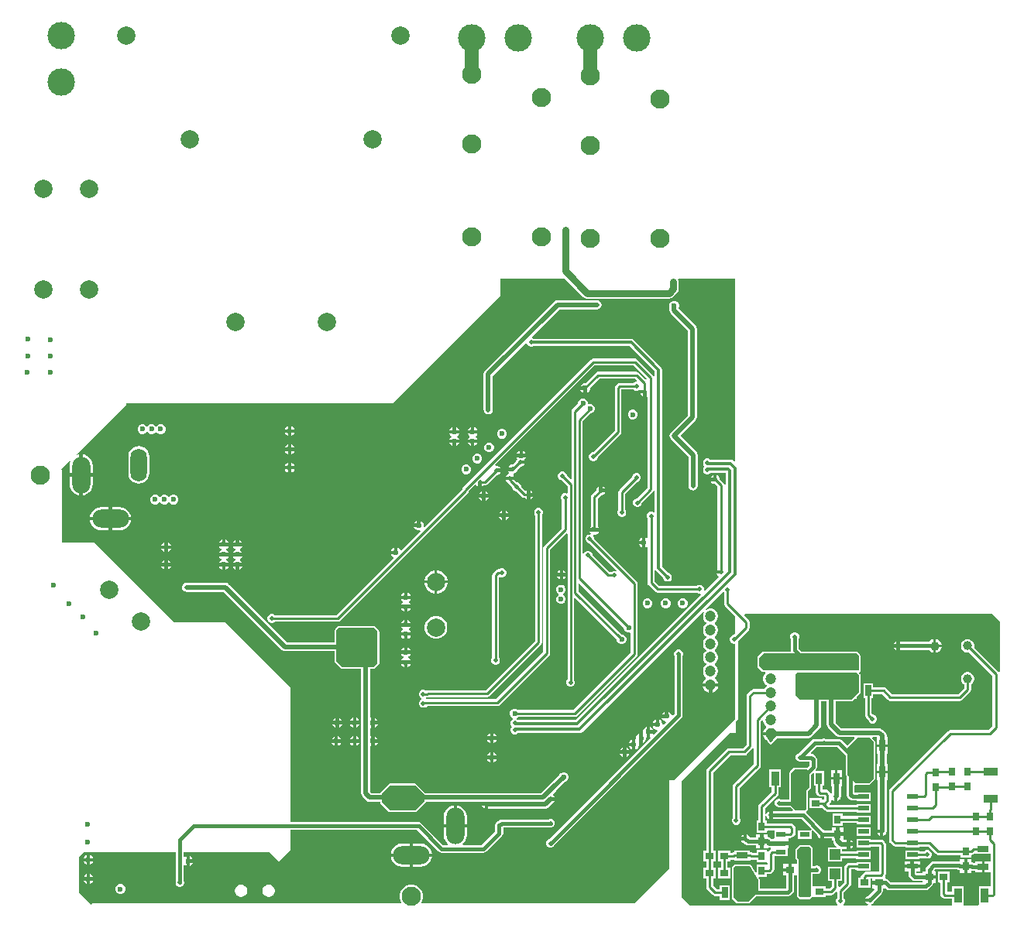
<source format=gbl>
G04*
G04 #@! TF.GenerationSoftware,Altium Limited,Altium Designer,23.3.1 (30)*
G04*
G04 Layer_Physical_Order=4*
G04 Layer_Color=16711680*
%FSLAX25Y25*%
%MOIN*%
G70*
G04*
G04 #@! TF.SameCoordinates,F1967EA3-8312-49A4-A2FB-0AE49F0FF499*
G04*
G04*
G04 #@! TF.FilePolarity,Positive*
G04*
G01*
G75*
%ADD67C,0.08268*%
%ADD76R,0.03100X0.03800*%
%ADD78R,0.03800X0.03100*%
%ADD83R,0.05118X0.02756*%
%ADD95R,0.02756X0.05118*%
%ADD97R,0.04724X0.04724*%
%ADD112C,0.01200*%
%ADD113C,0.01100*%
%ADD115C,0.01500*%
%ADD116C,0.02000*%
%ADD117C,0.01473*%
%ADD119C,0.01000*%
%ADD120C,0.03000*%
%ADD121C,0.06000*%
%ADD122O,0.07874X0.15748*%
%ADD123O,0.15748X0.07874*%
%ADD124O,0.07087X0.14173*%
%ADD125C,0.07874*%
%ADD126O,0.14173X0.07087*%
%ADD127C,0.04724*%
%ADD128C,0.11811*%
%ADD129C,0.03937*%
%ADD130C,0.01968*%
%ADD131C,0.02362*%
%ADD165R,0.06299X0.03543*%
%ADD166R,0.04724X0.02362*%
%ADD167R,0.03543X0.06299*%
%ADD168R,0.04331X0.02362*%
G36*
X312598Y193715D02*
X312137Y193523D01*
X311799Y193861D01*
X311257Y194223D01*
X310619Y194350D01*
X301835D01*
X301658Y194527D01*
X300965Y194813D01*
X300216D01*
X299523Y194527D01*
X298993Y193997D01*
X298706Y193304D01*
Y192554D01*
X298993Y191862D01*
X299410Y191445D01*
X298993Y191028D01*
X298706Y190335D01*
Y189586D01*
X298993Y188893D01*
X299523Y188363D01*
X300216Y188076D01*
X300965D01*
X301658Y188363D01*
X301835Y188540D01*
X308371D01*
Y183683D01*
X307871Y183634D01*
X307823Y183872D01*
X307503Y184352D01*
X305921Y185933D01*
Y186222D01*
X305619Y186951D01*
X305061Y187509D01*
X304687Y187664D01*
Y185827D01*
X303937D01*
Y185077D01*
X302100D01*
X302255Y184703D01*
X302813Y184145D01*
X303542Y183843D01*
X303831D01*
X304979Y182694D01*
Y147232D01*
X304776Y147029D01*
X304621Y146655D01*
X306458D01*
Y145155D01*
X304621D01*
X304776Y144781D01*
X305334Y144222D01*
X305417Y143801D01*
X299560Y137943D01*
X299160Y138189D01*
X299128Y138219D01*
Y138958D01*
X298842Y139650D01*
X298311Y140180D01*
X297619Y140467D01*
X296869D01*
X296177Y140180D01*
X296058Y140061D01*
X279746D01*
X277856Y141951D01*
Y146539D01*
X278356Y146691D01*
X278446Y146556D01*
X281580Y143422D01*
Y143326D01*
X281867Y142633D01*
X282397Y142103D01*
X283090Y141816D01*
X283839D01*
X284532Y142103D01*
X285062Y142633D01*
X285349Y143326D01*
Y144076D01*
X285062Y144768D01*
X284532Y145298D01*
X283839Y145585D01*
X283743D01*
X281057Y148271D01*
Y233071D01*
X280941Y233656D01*
X280609Y234152D01*
X268798Y245963D01*
X268302Y246295D01*
X267717Y246411D01*
X225939D01*
X225870Y246479D01*
X225248Y246737D01*
X225032Y247228D01*
X236891Y259086D01*
X253150D01*
X253416Y259139D01*
X253524D01*
X253625Y259181D01*
X253891Y259234D01*
X254117Y259385D01*
X254217Y259426D01*
X254294Y259503D01*
X254519Y259654D01*
X254670Y259880D01*
X254747Y259956D01*
X254788Y260056D01*
X254939Y260282D01*
X254992Y260549D01*
X255034Y260649D01*
Y260757D01*
X255087Y261024D01*
X255034Y261290D01*
Y261398D01*
X254992Y261499D01*
X254939Y261765D01*
X254788Y261991D01*
X254747Y262091D01*
X254670Y262168D01*
X254519Y262393D01*
X254294Y262544D01*
X254217Y262621D01*
X254117Y262663D01*
X253891Y262813D01*
X253625Y262866D01*
X253524Y262908D01*
X253416D01*
X253150Y262961D01*
X236088D01*
X235347Y262813D01*
X234718Y262393D01*
X204929Y232605D01*
X204509Y231976D01*
X204362Y231235D01*
Y215748D01*
X204415Y215482D01*
Y215373D01*
X204456Y215273D01*
X204509Y215007D01*
X204660Y214781D01*
X204702Y214681D01*
X204779Y214604D01*
X204929Y214378D01*
X205155Y214227D01*
X205232Y214151D01*
X205332Y214109D01*
X205558Y213958D01*
X205824Y213905D01*
X205924Y213864D01*
X206033D01*
X206299Y213811D01*
X206565Y213864D01*
X206674D01*
X206774Y213905D01*
X207041Y213958D01*
X207266Y214109D01*
X207367Y214151D01*
X207443Y214227D01*
X207669Y214378D01*
X207820Y214604D01*
X207897Y214681D01*
X207938Y214781D01*
X208089Y215007D01*
X208142Y215273D01*
X208184Y215373D01*
Y215482D01*
X208236Y215748D01*
Y230432D01*
X222457Y244653D01*
X222948Y244437D01*
X223206Y243815D01*
X223736Y243285D01*
X224428Y242998D01*
X225178D01*
X225870Y243285D01*
X225939Y243353D01*
X267083D01*
X277998Y232437D01*
Y230328D01*
X277500Y230271D01*
X277190Y230734D01*
X277190Y230734D01*
X270497Y237427D01*
X270034Y237736D01*
X269488Y237845D01*
X269488Y237845D01*
X251439D01*
X251439Y237845D01*
X250892Y237736D01*
X250429Y237427D01*
X250429Y237427D01*
X195488Y182486D01*
X195179Y182023D01*
X195080Y181527D01*
X178986Y165433D01*
X178574Y165699D01*
X178559Y165713D01*
Y166576D01*
X178227Y167377D01*
X177613Y167991D01*
X177128Y168192D01*
Y166142D01*
X176378D01*
Y165392D01*
X174328D01*
X174529Y164906D01*
X175143Y164293D01*
X175944Y163961D01*
X176807D01*
X176821Y163946D01*
X177087Y163533D01*
X168918Y155365D01*
X168428Y155462D01*
X168385Y155566D01*
X167771Y156180D01*
X167285Y156381D01*
Y154331D01*
X166535D01*
Y153581D01*
X164485D01*
X164686Y153095D01*
X165300Y152482D01*
X165404Y152439D01*
X165502Y151948D01*
X140965Y127412D01*
X114426D01*
X114256Y127582D01*
X113564Y127868D01*
X112814D01*
X112122Y127582D01*
X111592Y127052D01*
X111305Y126359D01*
Y125609D01*
X111592Y124917D01*
X112122Y124387D01*
X112814Y124100D01*
X113564D01*
X114256Y124387D01*
X114426Y124557D01*
X141556D01*
X141556Y124557D01*
X142103Y124665D01*
X142566Y124975D01*
X197507Y179916D01*
X197507Y179916D01*
X197816Y180379D01*
X197915Y180875D01*
X200582Y183542D01*
X201171Y183424D01*
X201632Y182964D01*
X202006Y182809D01*
Y184646D01*
X203506D01*
Y182809D01*
X203880Y182964D01*
X204099Y183183D01*
X204740D01*
X205306Y183296D01*
X205786Y183616D01*
X209949Y187779D01*
X210237D01*
X210966Y188082D01*
X211525Y188640D01*
X211680Y189014D01*
X209842D01*
Y190514D01*
X211680D01*
X211525Y190888D01*
X210966Y191446D01*
X210237Y191748D01*
X209495D01*
X209393Y191871D01*
X209245Y192205D01*
X252030Y234990D01*
X268897D01*
X274593Y229294D01*
X274556Y229029D01*
X274026Y228852D01*
X271124Y231754D01*
X270644Y232074D01*
X270079Y232187D01*
X253543D01*
X252978Y232074D01*
X252498Y231754D01*
X248122Y227378D01*
X247598D01*
X246796Y227046D01*
X246182Y226432D01*
X245981Y225947D01*
X248031D01*
Y225197D01*
X248781D01*
Y223147D01*
X249267Y223348D01*
X249881Y223961D01*
X250213Y224763D01*
Y225287D01*
X254156Y229230D01*
X269466D01*
X270328Y228368D01*
X270121Y227869D01*
X269704D01*
X269011Y227582D01*
X268892Y227463D01*
X262849D01*
X262283Y227350D01*
X261804Y227030D01*
X261159Y226385D01*
X260839Y225906D01*
X260726Y225340D01*
Y206912D01*
X251368Y197554D01*
X251200D01*
X250507Y197267D01*
X249977Y196737D01*
X249691Y196044D01*
Y195294D01*
X249977Y194602D01*
X250507Y194072D01*
X251200Y193785D01*
X251950D01*
X252642Y194072D01*
X253172Y194602D01*
X253459Y195294D01*
Y195463D01*
X263250Y205254D01*
X263571Y205733D01*
X263683Y206299D01*
Y224506D01*
X268892D01*
X269011Y224387D01*
X269704Y224100D01*
X270454D01*
X271146Y224387D01*
X271323Y224564D01*
X271611Y224372D01*
X273622D01*
Y223622D01*
X274372D01*
Y221657D01*
X274754Y221402D01*
Y182087D01*
X270338Y177672D01*
X270098D01*
X269405Y177385D01*
X268875Y176855D01*
X268588Y176162D01*
Y175413D01*
X268875Y174720D01*
X269405Y174190D01*
X270098Y173903D01*
X270847D01*
X271540Y174190D01*
X272070Y174720D01*
X272357Y175413D01*
Y175653D01*
X277190Y180487D01*
X277190Y180487D01*
X277500Y180950D01*
X277998Y180892D01*
Y171830D01*
X277498Y171623D01*
X277445Y171676D01*
X276753Y171963D01*
X276003D01*
X275311Y171676D01*
X274781Y171146D01*
X274494Y170454D01*
Y169704D01*
X274781Y169011D01*
X274900Y168892D01*
Y160728D01*
X274399Y160537D01*
X273978Y160712D01*
Y158661D01*
Y156611D01*
X274399Y156786D01*
X274900Y156595D01*
Y141339D01*
X275012Y140773D01*
X275333Y140293D01*
X278088Y137537D01*
X278568Y137217D01*
X279134Y137104D01*
X296058D01*
X296177Y136985D01*
X296869Y136698D01*
X297608D01*
X297638Y136667D01*
X297884Y136267D01*
X243908Y82291D01*
X218961D01*
X218784Y82468D01*
X218518Y82578D01*
Y83119D01*
X218895Y83275D01*
X219181Y83561D01*
X243596D01*
X244161Y83674D01*
X244641Y83994D01*
X270209Y109562D01*
X270529Y110041D01*
X270642Y110607D01*
Y141073D01*
X270529Y141639D01*
X270209Y142118D01*
X251884Y160443D01*
Y160611D01*
X251597Y161304D01*
X251371Y161530D01*
X251456Y161770D01*
X251616Y161992D01*
X252402D01*
X253204Y162324D01*
X253818Y162938D01*
X254019Y163423D01*
X249918D01*
X250119Y162938D01*
X250475Y162582D01*
X250469Y162556D01*
X250230Y162120D01*
X249625D01*
X248933Y161834D01*
X248403Y161304D01*
X248116Y160611D01*
Y159861D01*
X248403Y159169D01*
X248933Y158639D01*
X249625Y158352D01*
X249794D01*
X261392Y146753D01*
X261109Y146329D01*
X261005Y146372D01*
X260255D01*
X259563Y146086D01*
X259444Y145967D01*
X258486D01*
X251097Y153356D01*
Y153524D01*
X250810Y154217D01*
X250280Y154747D01*
X249587Y155034D01*
X248838D01*
X248145Y154747D01*
X247615Y154217D01*
X247451Y153820D01*
X246951Y153920D01*
Y210805D01*
X250344Y214198D01*
X250551D01*
X251316Y214514D01*
X251901Y215100D01*
X252218Y215865D01*
Y216693D01*
X251901Y217458D01*
X251316Y218043D01*
X250551Y218360D01*
X249723D01*
X249544Y218286D01*
X249128Y218564D01*
Y218918D01*
X248812Y219683D01*
X248226Y220268D01*
X247461Y220585D01*
X246633D01*
X245868Y220268D01*
X245283Y219683D01*
X244966Y218918D01*
Y218514D01*
X242627Y216175D01*
X242307Y215695D01*
X242194Y215129D01*
Y186141D01*
X241732Y185949D01*
X240073Y187608D01*
Y187776D01*
X239786Y188469D01*
X239256Y188999D01*
X238564Y189286D01*
X237814D01*
X237122Y188999D01*
X236592Y188469D01*
X236305Y187776D01*
Y187027D01*
X236592Y186334D01*
X237122Y185804D01*
X237814Y185517D01*
X237983D01*
X240394Y183106D01*
Y180018D01*
X239978Y179740D01*
X239745Y179837D01*
X238995D01*
X238303Y179550D01*
X237773Y179020D01*
X237486Y178328D01*
Y177578D01*
X237773Y176885D01*
X237892Y176766D01*
Y164786D01*
X230451Y157345D01*
X230130Y156865D01*
X230018Y156299D01*
Y111636D01*
X209624Y91242D01*
X180037D01*
X179671Y91170D01*
X179570Y91233D01*
X179533Y91347D01*
X179545Y91840D01*
X179699Y91995D01*
X180256D01*
X180553Y92054D01*
X205906D01*
X206471Y92166D01*
X206951Y92487D01*
X228998Y114534D01*
X229319Y115014D01*
X229431Y115579D01*
Y170467D01*
X229550Y170586D01*
X229837Y171279D01*
Y172028D01*
X229550Y172721D01*
X229020Y173251D01*
X228328Y173538D01*
X227578D01*
X226885Y173251D01*
X226355Y172721D01*
X226068Y172028D01*
Y171279D01*
X226355Y170586D01*
X226474Y170467D01*
Y116192D01*
X205293Y95011D01*
X180315D01*
X180018Y94952D01*
X179300D01*
X178721Y95191D01*
X177972D01*
X177279Y94905D01*
X176749Y94374D01*
X176462Y93682D01*
Y92932D01*
X176749Y92240D01*
X177279Y91710D01*
X177522Y91609D01*
Y91068D01*
X177279Y90968D01*
X176749Y90437D01*
X176462Y89745D01*
Y88995D01*
X176749Y88303D01*
X177279Y87773D01*
X177972Y87486D01*
X178721D01*
X179414Y87773D01*
X179699Y88058D01*
X179809D01*
X180375Y88170D01*
X180547Y88285D01*
X210236D01*
X210802Y88398D01*
X211282Y88718D01*
X232541Y109978D01*
X232862Y110458D01*
X232975Y111024D01*
Y155687D01*
X239932Y162645D01*
X240394Y162453D01*
Y99752D01*
X240135Y99493D01*
X239848Y98800D01*
Y98050D01*
X240135Y97358D01*
X240665Y96828D01*
X241357Y96541D01*
X242107D01*
X242800Y96828D01*
X243330Y97358D01*
X243617Y98050D01*
Y98800D01*
X243351Y99441D01*
Y134614D01*
X243813Y134805D01*
X261698Y116920D01*
Y116516D01*
X262015Y115751D01*
X262600Y115165D01*
X263365Y114848D01*
X264193D01*
X264958Y115165D01*
X265543Y115751D01*
X265860Y116516D01*
Y117343D01*
X265543Y118108D01*
X264958Y118694D01*
X264193Y119011D01*
X263789D01*
X245151Y137649D01*
Y140885D01*
X245613Y141076D01*
X264651Y122038D01*
Y121633D01*
X264968Y120868D01*
X265553Y120283D01*
X266318Y119966D01*
X267146D01*
X267269Y120017D01*
X267685Y119739D01*
Y111220D01*
X242983Y86518D01*
X219181D01*
X218895Y86804D01*
X218130Y87120D01*
X217303D01*
X216538Y86804D01*
X215952Y86218D01*
X215635Y85453D01*
Y84625D01*
X215952Y83860D01*
X216538Y83275D01*
X216915Y83119D01*
Y82578D01*
X216649Y82468D01*
X216119Y81938D01*
X215832Y81245D01*
Y80496D01*
X216119Y79803D01*
X216536Y79386D01*
X216119Y78969D01*
X215832Y78277D01*
Y77527D01*
X216119Y76834D01*
X216649Y76304D01*
X217342Y76017D01*
X218091D01*
X218784Y76304D01*
X218961Y76481D01*
X245623D01*
X246262Y76608D01*
X246803Y76970D01*
X298830Y128997D01*
X299230Y128690D01*
X298929Y128169D01*
X298707Y127339D01*
Y126480D01*
X298929Y125650D01*
X299359Y124906D01*
X299966Y124299D01*
X300126Y124207D01*
Y123707D01*
X299966Y123614D01*
X299359Y123007D01*
X298929Y122263D01*
X298707Y121433D01*
Y120574D01*
X298929Y119745D01*
X299359Y119001D01*
X299966Y118394D01*
X300126Y118301D01*
Y117801D01*
X299966Y117709D01*
X299359Y117102D01*
X298929Y116358D01*
X298707Y115528D01*
Y114669D01*
X298929Y113839D01*
X299359Y113095D01*
X299966Y112488D01*
X300126Y112396D01*
Y111896D01*
X299966Y111803D01*
X299359Y111196D01*
X298929Y110452D01*
X298707Y109622D01*
Y108763D01*
X298929Y107934D01*
X299359Y107190D01*
X299966Y106582D01*
X300126Y106490D01*
Y105990D01*
X299966Y105898D01*
X299359Y105290D01*
X298929Y104547D01*
X298707Y103717D01*
Y102858D01*
X298929Y102028D01*
X299359Y101284D01*
X299966Y100677D01*
X300026Y100642D01*
Y100142D01*
X299904Y100072D01*
X299278Y99446D01*
X298836Y98680D01*
X298689Y98132D01*
X301969D01*
X305249D01*
X305102Y98680D01*
X304659Y99446D01*
X304033Y100072D01*
X303912Y100142D01*
Y100642D01*
X303972Y100677D01*
X304579Y101284D01*
X305009Y102028D01*
X305231Y102858D01*
Y103717D01*
X305009Y104547D01*
X304579Y105290D01*
X303972Y105898D01*
X303812Y105990D01*
Y106490D01*
X303972Y106582D01*
X304579Y107190D01*
X305009Y107934D01*
X305231Y108763D01*
Y109622D01*
X305009Y110452D01*
X304579Y111196D01*
X303972Y111803D01*
X303812Y111896D01*
Y112396D01*
X303972Y112488D01*
X304579Y113095D01*
X305009Y113839D01*
X305231Y114669D01*
Y115528D01*
X305009Y116358D01*
X304579Y117102D01*
X303972Y117709D01*
X303812Y117801D01*
Y118301D01*
X303972Y118394D01*
X304579Y119001D01*
X305009Y119745D01*
X305231Y120574D01*
Y121433D01*
X305009Y122263D01*
X304579Y123007D01*
X303972Y123614D01*
X303812Y123707D01*
Y124207D01*
X303972Y124299D01*
X304579Y124906D01*
X305009Y125650D01*
X305231Y126480D01*
Y127339D01*
X305009Y128169D01*
X304579Y128912D01*
X303972Y129520D01*
X303228Y129949D01*
X302398Y130172D01*
X301539D01*
X300710Y129949D01*
X300189Y129648D01*
X299882Y130049D01*
X307225Y137392D01*
X307670Y137303D01*
X307789Y137184D01*
Y132465D01*
X307901Y131899D01*
X308222Y131420D01*
X312598Y127043D01*
Y119414D01*
X311998Y118813D01*
X311830D01*
X311137Y118526D01*
X310607Y117997D01*
X310320Y117304D01*
Y116554D01*
X310607Y115862D01*
X311137Y115332D01*
X311830Y115045D01*
X312579D01*
X312598Y115032D01*
Y82677D01*
X286221Y56299D01*
X284252D01*
Y18110D01*
X269291Y3150D01*
X177800D01*
X177511Y3650D01*
X177919Y4356D01*
X178262Y5636D01*
Y6962D01*
X177919Y8242D01*
X177256Y9390D01*
X176319Y10327D01*
X175171Y10990D01*
X173891Y11333D01*
X172566D01*
X171285Y10990D01*
X170138Y10327D01*
X169200Y9390D01*
X168537Y8242D01*
X168194Y6962D01*
Y5636D01*
X168537Y4356D01*
X168946Y3650D01*
X168657Y3150D01*
X35827D01*
X35433Y2756D01*
X30315Y7874D01*
Y23228D01*
X32283Y25197D01*
X71940D01*
Y13067D01*
X71738Y12580D01*
Y11830D01*
X72025Y11137D01*
X72555Y10607D01*
X73247Y10321D01*
X73997D01*
X74689Y10607D01*
X75219Y11137D01*
X75506Y11830D01*
Y12580D01*
X75304Y13067D01*
Y19526D01*
X75804Y19733D01*
X75930Y19608D01*
X76415Y19407D01*
Y21457D01*
Y23507D01*
X75930Y23306D01*
X75804Y23180D01*
X75304Y23387D01*
Y25197D01*
X112205D01*
X116142Y21260D01*
X121260Y26378D01*
Y34932D01*
X175681D01*
X185031Y25582D01*
X185031Y25582D01*
X185577Y25217D01*
X186221Y25089D01*
X186221Y25089D01*
X204331D01*
X204975Y25217D01*
X205520Y25582D01*
X212213Y32275D01*
X212578Y32821D01*
X212706Y33465D01*
X212706Y33465D01*
Y36076D01*
X212743Y36113D01*
X232209D01*
X232696Y35911D01*
X233446D01*
X234138Y36198D01*
X234668Y36728D01*
X234955Y37420D01*
Y38170D01*
X234668Y38863D01*
X234138Y39393D01*
X233446Y39680D01*
X232696D01*
X232209Y39478D01*
X212046D01*
X212046Y39478D01*
X211402Y39349D01*
X210857Y38985D01*
X210856Y38985D01*
X210447Y38576D01*
X210380Y38562D01*
X209834Y38197D01*
X209469Y37652D01*
X209341Y37008D01*
Y34161D01*
X203634Y28454D01*
X195510D01*
X195349Y28927D01*
X195647Y29156D01*
X196439Y30187D01*
X196936Y31388D01*
X197106Y32677D01*
Y35864D01*
X192126D01*
X187146D01*
Y32677D01*
X187316Y31388D01*
X187813Y30187D01*
X188605Y29156D01*
X188903Y28927D01*
X188742Y28454D01*
X186917D01*
X177568Y37804D01*
X177022Y38168D01*
X176378Y38296D01*
X121260D01*
Y96457D01*
X93307Y124409D01*
X71260D01*
X37008Y158661D01*
X22835D01*
Y189764D01*
X22441Y190157D01*
X26067Y193784D01*
X26491Y193500D01*
X26292Y193021D01*
X26123Y191732D01*
Y188545D01*
X30352D01*
Y196613D01*
X29814Y196542D01*
X29334Y196344D01*
X29051Y196768D01*
X50394Y218110D01*
Y218504D01*
X165354D01*
X211417Y264567D01*
Y272441D01*
X239059D01*
X247089Y264411D01*
X247883Y263881D01*
X248819Y263695D01*
X284069D01*
X285006Y263881D01*
X285800Y264411D01*
X287557Y266169D01*
X288088Y266963D01*
X288274Y267899D01*
Y270866D01*
X288088Y271803D01*
X287956Y272000D01*
X288191Y272441D01*
X312598D01*
Y193715D01*
D02*
G37*
G36*
X426378Y124803D02*
Y103085D01*
X425878Y102933D01*
X425848Y102977D01*
X415370Y113456D01*
X415454Y113772D01*
Y114527D01*
X415259Y115257D01*
X414881Y115911D01*
X414347Y116445D01*
X413693Y116822D01*
X412963Y117018D01*
X412208D01*
X411479Y116822D01*
X410824Y116445D01*
X410290Y115911D01*
X409913Y115257D01*
X409717Y114527D01*
Y113772D01*
X409913Y113042D01*
X410290Y112388D01*
X410824Y111854D01*
X411479Y111476D01*
X412208Y111281D01*
X412963D01*
X413279Y111365D01*
X423325Y101320D01*
Y79746D01*
X421435Y77856D01*
X405118D01*
X404552Y77744D01*
X404073Y77423D01*
X379270Y52620D01*
X378949Y52141D01*
X378836Y51575D01*
Y30315D01*
X378949Y29749D01*
X379270Y29270D01*
X380389Y28150D01*
X380868Y27830D01*
X381434Y27717D01*
X382345D01*
X382628Y27774D01*
X385717D01*
Y27371D01*
X391842D01*
Y27774D01*
X395726D01*
X398954Y24546D01*
X399433Y24226D01*
X399999Y24113D01*
X409561D01*
Y22991D01*
X414061D01*
Y24113D01*
X414361D01*
X414927Y24226D01*
X415406Y24546D01*
X415532Y24672D01*
X416032Y24497D01*
Y24497D01*
X422401D01*
Y21472D01*
X419791D01*
Y19094D01*
Y16716D01*
X422401D01*
Y11023D01*
X422354Y10543D01*
X417410D01*
Y2862D01*
X417410Y2843D01*
X417365Y2362D01*
X410982D01*
X410936Y2843D01*
X410936Y2862D01*
Y10543D01*
X405993D01*
Y8171D01*
X403841D01*
Y12015D01*
X403841Y12017D01*
Y12317D01*
X404963D01*
Y16817D01*
X399763D01*
Y12317D01*
X400528D01*
X400884Y12016D01*
Y7337D01*
X400996Y6771D01*
X401317Y6292D01*
X401961Y5647D01*
X402441Y5327D01*
X403007Y5215D01*
X405993D01*
Y2862D01*
X405993Y2843D01*
X405947Y2362D01*
X371261D01*
X371162Y2862D01*
X371596Y3042D01*
X372155Y3600D01*
X372457Y4329D01*
X375599Y7472D01*
X375599Y7472D01*
X375964Y8018D01*
X376092Y8662D01*
Y9655D01*
X377310D01*
X377715Y9427D01*
X378241Y9076D01*
X378885Y8948D01*
X394676D01*
X395319Y9076D01*
X395865Y9440D01*
X397252Y10827D01*
X397617Y11373D01*
X397745Y12017D01*
X398963D01*
Y13817D01*
X396063D01*
Y15317D01*
X398963D01*
Y17117D01*
X398496D01*
X398305Y17579D01*
X398728Y18003D01*
X408220D01*
X408617Y17737D01*
X409261Y17609D01*
Y16391D01*
X411061D01*
Y19291D01*
Y22191D01*
X409261D01*
Y21683D01*
X408875Y21366D01*
X408867Y21367D01*
X398032D01*
X398031Y21367D01*
X397388Y21239D01*
X396842Y20875D01*
X396842Y20875D01*
X394873Y18906D01*
X394508Y18360D01*
X394380Y17716D01*
Y17117D01*
X393163D01*
Y16249D01*
X390648D01*
X390462Y16435D01*
Y17071D01*
X392142D01*
Y18502D01*
X388779D01*
X385417D01*
Y17071D01*
X387097D01*
Y15739D01*
X387225Y15095D01*
X387590Y14549D01*
X388761Y13377D01*
X388761Y13377D01*
X389307Y13013D01*
X389951Y12885D01*
X393163D01*
Y12312D01*
X379581D01*
X378499Y13394D01*
X377954Y13759D01*
X377310Y13887D01*
Y14755D01*
X377310Y14755D01*
X377310D01*
X377231Y15255D01*
X377350Y15433D01*
X377463Y15999D01*
Y28608D01*
X377350Y29173D01*
X377030Y29653D01*
X376385Y30297D01*
X375906Y30618D01*
X375340Y30730D01*
X370976D01*
Y31133D01*
X364851D01*
Y27371D01*
X370976D01*
Y27774D01*
X374506D01*
Y16833D01*
X368754D01*
X368189Y16720D01*
X367709Y16400D01*
X367064Y15755D01*
X366744Y15276D01*
X366631Y14710D01*
Y14455D01*
X365510D01*
Y9955D01*
X370710D01*
Y13876D01*
X371510D01*
Y12955D01*
X374410D01*
Y11455D01*
X371510D01*
Y9655D01*
X372317D01*
X372524Y9155D01*
X370077Y6708D01*
X369349Y6407D01*
X368790Y5848D01*
X368635Y5474D01*
X370472D01*
Y3974D01*
X368635D01*
X368790Y3600D01*
X369349Y3042D01*
X369783Y2862D01*
X369684Y2362D01*
X359253D01*
X359070Y2862D01*
X359471Y3263D01*
X359758Y3956D01*
Y4705D01*
X359471Y5398D01*
X359352Y5517D01*
Y8049D01*
X362069Y10766D01*
X362389Y11245D01*
X362502Y11811D01*
Y17813D01*
X364353D01*
X364551Y17774D01*
X364851D01*
Y17371D01*
X370976D01*
Y21133D01*
X364851D01*
Y21133D01*
X364512Y20770D01*
X361668D01*
X361102Y20657D01*
X360623Y20337D01*
X359978Y19692D01*
X359658Y19213D01*
X359545Y18647D01*
Y12423D01*
X357452Y10330D01*
X356990Y10522D01*
Y12883D01*
X358574D01*
Y19007D01*
X352450D01*
Y12883D01*
X354033D01*
Y10455D01*
X353325Y9746D01*
X351419D01*
Y10518D01*
X346489D01*
X346219Y10518D01*
X345989Y10922D01*
Y16034D01*
X346776D01*
X347263Y15832D01*
X348013D01*
X348705Y16119D01*
X349235Y16649D01*
X349522Y17342D01*
Y18091D01*
X349235Y18784D01*
X348705Y19314D01*
X348013Y19601D01*
X347263D01*
X346776Y19399D01*
X345989D01*
Y26772D01*
X345935Y27045D01*
X345780Y27276D01*
X345051Y28006D01*
X344819Y28161D01*
X344546Y28215D01*
X340412Y28215D01*
X340139Y28161D01*
X339907Y28006D01*
X338726Y26825D01*
X338572Y26593D01*
X338517Y26320D01*
Y22777D01*
X338572Y22504D01*
X338726Y22272D01*
X339050Y21948D01*
Y20267D01*
X336970D01*
Y17717D01*
X336220D01*
Y16966D01*
X333320D01*
Y15167D01*
X334538D01*
Y9742D01*
X334352Y9556D01*
X323155D01*
Y13255D01*
X323144Y13307D01*
X323147Y13360D01*
X323117Y13442D01*
X323100Y13528D01*
X323071Y13572D01*
X323053Y13622D01*
X322654Y14287D01*
X322900Y14722D01*
X326266D01*
Y15844D01*
X327308D01*
X327874Y15956D01*
X328354Y16277D01*
X328998Y16921D01*
X329319Y17401D01*
X329431Y17966D01*
Y23512D01*
X335149D01*
Y26952D01*
X335449D01*
Y28383D01*
X332283D01*
Y29883D01*
X335449D01*
Y30920D01*
X335452Y31315D01*
X335917Y31391D01*
X336364D01*
X336929Y31504D01*
X337409Y31824D01*
X338053Y32469D01*
X338374Y32948D01*
X338486Y33514D01*
Y35576D01*
X338374Y36142D01*
X338053Y36621D01*
X337409Y37266D01*
X336929Y37586D01*
X336364Y37699D01*
X326568D01*
X326566Y37699D01*
X326266D01*
Y38821D01*
X325494D01*
Y40882D01*
X325969Y40944D01*
X326271Y40215D01*
X326829Y39656D01*
X327203Y39502D01*
Y41339D01*
Y43176D01*
X326829Y43021D01*
X326271Y42463D01*
X325969Y41733D01*
X325494Y41795D01*
Y44269D01*
X330770Y49545D01*
X331090Y50025D01*
X331203Y50591D01*
Y53237D01*
X332196D01*
Y60936D01*
X327253D01*
Y53237D01*
X328246D01*
Y51203D01*
X322970Y45927D01*
X322650Y45448D01*
X322537Y44882D01*
Y38821D01*
X321766D01*
Y33621D01*
X326266D01*
Y34386D01*
X326566Y34742D01*
X329418D01*
Y31314D01*
X329118D01*
Y31070D01*
X328156D01*
X327936Y31291D01*
X327307Y31711D01*
X326566Y31858D01*
Y32821D01*
X324766D01*
Y29921D01*
Y27021D01*
X326566D01*
Y27021D01*
X327066Y27253D01*
X327354Y27196D01*
X327854D01*
X327865Y27169D01*
X327937Y26696D01*
X327552Y26438D01*
X326907Y25794D01*
X326766Y25582D01*
X326266Y25734D01*
Y26222D01*
X321766D01*
Y25100D01*
X319847D01*
X319721Y25185D01*
X319155Y25297D01*
X318855D01*
Y25897D01*
X312337D01*
Y25297D01*
X312037D01*
X311471Y25185D01*
X311345Y25100D01*
X310474D01*
Y25872D01*
X305274D01*
Y21372D01*
X306396D01*
Y18589D01*
X305274D01*
Y14089D01*
X310474D01*
Y18589D01*
X309353D01*
Y21372D01*
X310474D01*
Y22144D01*
X311840D01*
X311950Y22166D01*
X312337Y21848D01*
Y21741D01*
X318855D01*
Y21741D01*
X319352Y22144D01*
X321766D01*
Y21022D01*
X325974D01*
X326266Y21022D01*
X326474Y20608D01*
Y20336D01*
X326266Y19922D01*
X321766D01*
Y16704D01*
X321284Y16570D01*
X319431Y19658D01*
X319372Y19723D01*
X319324Y19796D01*
X319280Y19826D01*
X319244Y19865D01*
X319165Y19902D01*
X319092Y19951D01*
X319040Y19961D01*
X318992Y19984D01*
X318905Y19988D01*
X318819Y20005D01*
X312598Y20005D01*
X312325Y19951D01*
X312094Y19796D01*
X311306Y19009D01*
X311152Y18777D01*
X311097Y18504D01*
Y14961D01*
Y5906D01*
X311152Y5632D01*
X311306Y5401D01*
X313275Y3432D01*
X313506Y3278D01*
X313779Y3223D01*
X318110Y3223D01*
X318383Y3278D01*
X318615Y3432D01*
X321374Y6192D01*
X335049D01*
X335692Y6320D01*
X336238Y6684D01*
X337410Y7856D01*
X337410Y7856D01*
X337774Y8402D01*
X337902Y9046D01*
Y15167D01*
X339050D01*
Y6693D01*
X339104Y6420D01*
X339259Y6188D01*
X340104Y5343D01*
X340336Y5189D01*
X340609Y5134D01*
X344430D01*
X344704Y5189D01*
X344935Y5343D01*
X344935Y5343D01*
X345719Y6127D01*
X346111Y6060D01*
X346219Y6018D01*
X346268Y6018D01*
X351419D01*
Y6789D01*
X353937D01*
X354503Y6902D01*
X354982Y7222D01*
X355934Y8174D01*
X356396Y7982D01*
Y5517D01*
X356277Y5398D01*
X355990Y4705D01*
Y3956D01*
X356277Y3263D01*
X356678Y2862D01*
X356495Y2362D01*
X292913D01*
X289370Y5906D01*
Y55905D01*
X310236Y76772D01*
X312992D01*
Y81496D01*
X313779Y82284D01*
Y115839D01*
X313802Y115862D01*
X314089Y116554D01*
Y116723D01*
X318368Y121002D01*
X318689Y121482D01*
X318801Y122047D01*
Y124409D01*
X318689Y124975D01*
X318368Y125455D01*
X316400Y127423D01*
X316929Y127953D01*
X423228D01*
X426378Y124803D01*
D02*
G37*
G36*
X344546Y27501D02*
X345276Y26772D01*
X345276Y6693D01*
X344430Y5848D01*
X340609D01*
X339764Y6693D01*
Y22244D01*
X339231Y22777D01*
Y26320D01*
X340412Y27501D01*
X344546Y27501D01*
D02*
G37*
G36*
X318819Y19291D02*
X322441Y13255D01*
Y8268D01*
X318110Y3937D01*
X313779Y3937D01*
X311811Y5906D01*
Y14961D01*
Y18504D01*
X312205Y18898D01*
X312598Y19291D01*
X318819Y19291D01*
D02*
G37*
%LPC*%
G36*
X247282Y224447D02*
X245981D01*
X246182Y223961D01*
X246796Y223348D01*
X247282Y223147D01*
Y224447D01*
D02*
G37*
G36*
X272872Y222872D02*
X271785D01*
X271940Y222498D01*
X272498Y221940D01*
X272872Y221785D01*
Y222872D01*
D02*
G37*
G36*
X268917Y215860D02*
X268089D01*
X267324Y215543D01*
X266739Y214958D01*
X266422Y214193D01*
Y213365D01*
X266739Y212600D01*
X267324Y212015D01*
X268089Y211698D01*
X268917D01*
X269682Y212015D01*
X270267Y212600D01*
X270584Y213365D01*
Y214193D01*
X270267Y214958D01*
X269682Y215543D01*
X268917Y215860D01*
D02*
G37*
G36*
X65768Y209561D02*
X64940D01*
X64175Y209245D01*
X63684Y208753D01*
X63386Y208697D01*
X63088Y208753D01*
X62596Y209245D01*
X61831Y209561D01*
X61003D01*
X60238Y209245D01*
X59747Y208753D01*
X59449Y208697D01*
X59151Y208753D01*
X58659Y209245D01*
X57894Y209561D01*
X57066D01*
X56301Y209245D01*
X55716Y208659D01*
X55399Y207894D01*
Y207066D01*
X55716Y206301D01*
X56301Y205716D01*
X57066Y205399D01*
X57894D01*
X58659Y205716D01*
X59151Y206208D01*
X59449Y206263D01*
X59747Y206208D01*
X60238Y205716D01*
X61003Y205399D01*
X61831D01*
X62596Y205716D01*
X63088Y206208D01*
X63386Y206263D01*
X63684Y206208D01*
X64175Y205716D01*
X64940Y205399D01*
X65768D01*
X66533Y205716D01*
X67119Y206301D01*
X67435Y207066D01*
Y207894D01*
X67119Y208659D01*
X66533Y209245D01*
X65768Y209561D01*
D02*
G37*
G36*
X121616Y208743D02*
Y207443D01*
X122916D01*
X122715Y207928D01*
X122102Y208542D01*
X121616Y208743D01*
D02*
G37*
G36*
X120116D02*
X119631Y208542D01*
X119017Y207928D01*
X118816Y207443D01*
X120116D01*
Y208743D01*
D02*
G37*
G36*
X200356Y208349D02*
Y207049D01*
X201656D01*
X201455Y207535D01*
X200842Y208148D01*
X200356Y208349D01*
D02*
G37*
G36*
X198856D02*
X198371Y208148D01*
X197757Y207535D01*
X197556Y207049D01*
X198856D01*
Y208349D01*
D02*
G37*
G36*
X192482D02*
Y207049D01*
X193782D01*
X193581Y207535D01*
X192968Y208148D01*
X192482Y208349D01*
D02*
G37*
G36*
X190982D02*
X190497Y208148D01*
X189883Y207535D01*
X189682Y207049D01*
X190982D01*
Y208349D01*
D02*
G37*
G36*
X122916Y205943D02*
X121616D01*
Y204643D01*
X122102Y204844D01*
X122715Y205457D01*
X122916Y205943D01*
D02*
G37*
G36*
X120116D02*
X118816D01*
X119017Y205457D01*
X119631Y204844D01*
X120116Y204643D01*
Y205943D01*
D02*
G37*
G36*
X212619Y207593D02*
X211791D01*
X211026Y207276D01*
X210440Y206691D01*
X210124Y205926D01*
Y205098D01*
X210440Y204333D01*
X211026Y203748D01*
X211791Y203431D01*
X212619D01*
X213384Y203748D01*
X213969Y204333D01*
X214286Y205098D01*
Y205926D01*
X213969Y206691D01*
X213384Y207276D01*
X212619Y207593D01*
D02*
G37*
G36*
X201656Y205549D02*
X197556D01*
X197757Y205064D01*
X198164Y204657D01*
X198315Y204331D01*
X198164Y204004D01*
X197757Y203598D01*
X197556Y203112D01*
X201656D01*
X201455Y203598D01*
X201049Y204004D01*
X200897Y204331D01*
X201049Y204657D01*
X201455Y205064D01*
X201656Y205549D01*
D02*
G37*
G36*
X193782D02*
X189682D01*
X189883Y205064D01*
X190290Y204657D01*
X190441Y204331D01*
X190290Y204004D01*
X189883Y203598D01*
X189682Y203112D01*
X193782D01*
X193581Y203598D01*
X193175Y204004D01*
X193023Y204331D01*
X193175Y204657D01*
X193581Y205064D01*
X193782Y205549D01*
D02*
G37*
G36*
X201656Y201612D02*
X200356D01*
Y200312D01*
X200842Y200513D01*
X201455Y201127D01*
X201656Y201612D01*
D02*
G37*
G36*
X198856D02*
X197556D01*
X197757Y201127D01*
X198371Y200513D01*
X198856Y200312D01*
Y201612D01*
D02*
G37*
G36*
X193782D02*
X192482D01*
Y200312D01*
X192968Y200513D01*
X193581Y201127D01*
X193782Y201612D01*
D02*
G37*
G36*
X190982D02*
X189682D01*
X189883Y201127D01*
X190497Y200513D01*
X190982Y200312D01*
Y201612D01*
D02*
G37*
G36*
X121616Y200869D02*
Y199569D01*
X122916D01*
X122715Y200054D01*
X122102Y200668D01*
X121616Y200869D01*
D02*
G37*
G36*
X120116D02*
X119631Y200668D01*
X119017Y200054D01*
X118816Y199569D01*
X120116D01*
Y200869D01*
D02*
G37*
G36*
X207107Y201687D02*
X206279D01*
X205514Y201371D01*
X204929Y200785D01*
X204612Y200020D01*
Y199192D01*
X204929Y198427D01*
X205514Y197842D01*
X206279Y197525D01*
X207107D01*
X207872Y197842D01*
X208457Y198427D01*
X208774Y199192D01*
Y200020D01*
X208457Y200785D01*
X207872Y201371D01*
X207107Y201687D01*
D02*
G37*
G36*
X221222Y198113D02*
Y196813D01*
X222523D01*
X222322Y197299D01*
X221708Y197912D01*
X221222Y198113D01*
D02*
G37*
G36*
X219722D02*
X219237Y197912D01*
X218623Y197299D01*
X218422Y196813D01*
X219722D01*
Y198113D01*
D02*
G37*
G36*
X122916Y198069D02*
X121616D01*
Y196769D01*
X122102Y196970D01*
X122715Y197583D01*
X122916Y198069D01*
D02*
G37*
G36*
X120116D02*
X118816D01*
X119017Y197583D01*
X119631Y196970D01*
X120116Y196769D01*
Y198069D01*
D02*
G37*
G36*
X201989Y196963D02*
X201161D01*
X200396Y196646D01*
X199811Y196061D01*
X199494Y195296D01*
Y194468D01*
X199811Y193703D01*
X200396Y193118D01*
X201161Y192801D01*
X201989D01*
X202754Y193118D01*
X203339Y193703D01*
X203656Y194468D01*
Y195296D01*
X203339Y196061D01*
X202754Y196646D01*
X201989Y196963D01*
D02*
G37*
G36*
X121616Y192995D02*
Y191695D01*
X122916D01*
X122715Y192180D01*
X122102Y192794D01*
X121616Y192995D01*
D02*
G37*
G36*
X120116D02*
X119631Y192794D01*
X119017Y192180D01*
X118816Y191695D01*
X120116D01*
Y192995D01*
D02*
G37*
G36*
X122916Y190195D02*
X121616D01*
Y188895D01*
X122102Y189096D01*
X122715Y189709D01*
X122916Y190195D01*
D02*
G37*
G36*
X120116D02*
X118816D01*
X119017Y189709D01*
X119631Y189096D01*
X120116Y188895D01*
Y190195D01*
D02*
G37*
G36*
X31852Y196613D02*
Y188545D01*
X36082D01*
Y191732D01*
X35912Y193021D01*
X35415Y194222D01*
X34624Y195253D01*
X33592Y196045D01*
X32391Y196542D01*
X31852Y196613D01*
D02*
G37*
G36*
X197264Y192239D02*
X196436D01*
X195671Y191922D01*
X195086Y191336D01*
X194769Y190571D01*
Y189743D01*
X195086Y188979D01*
X195671Y188393D01*
X196436Y188076D01*
X197264D01*
X198029Y188393D01*
X198615Y188979D01*
X198932Y189743D01*
Y190571D01*
X198615Y191336D01*
X198029Y191922D01*
X197264Y192239D01*
D02*
G37*
G36*
X222523Y195313D02*
X218422D01*
X218623Y194827D01*
X218708Y194743D01*
X218397Y194431D01*
X218094Y193702D01*
Y193535D01*
X216742Y192182D01*
X216333D01*
X215603Y191880D01*
X215045Y191322D01*
X214890Y190948D01*
X216727D01*
Y189448D01*
X214890D01*
X215045Y189074D01*
X215285Y188834D01*
X215262Y188643D01*
X215120Y188291D01*
X214495Y188032D01*
X213936Y187474D01*
X213781Y187100D01*
X217456D01*
X217301Y187474D01*
X217061Y187714D01*
X217084Y187904D01*
X217225Y188256D01*
X217851Y188516D01*
X218409Y189074D01*
X218711Y189803D01*
Y189970D01*
X220064Y191323D01*
X220473D01*
X221203Y191625D01*
X221761Y192183D01*
X221916Y192557D01*
X220079D01*
Y194057D01*
X221916D01*
X221809Y194315D01*
X222322Y194827D01*
X222523Y195313D01*
D02*
G37*
G36*
X303187Y187664D02*
X302813Y187509D01*
X302255Y186951D01*
X302100Y186577D01*
X303187D01*
Y187664D01*
D02*
G37*
G36*
X55905Y200151D02*
X54746Y199998D01*
X53665Y199550D01*
X52737Y198838D01*
X52024Y197910D01*
X51577Y196829D01*
X51424Y195669D01*
Y188583D01*
X51577Y187423D01*
X52024Y186342D01*
X52737Y185414D01*
X53665Y184702D01*
X54746Y184254D01*
X55905Y184101D01*
X57065Y184254D01*
X58146Y184702D01*
X59074Y185414D01*
X59787Y186342D01*
X60234Y187423D01*
X60387Y188583D01*
Y195669D01*
X60234Y196829D01*
X59787Y197910D01*
X59074Y198838D01*
X58146Y199550D01*
X57065Y199998D01*
X55905Y200151D01*
D02*
G37*
G36*
X255474Y182939D02*
Y181852D01*
X256561D01*
X256407Y182226D01*
X255848Y182784D01*
X255474Y182939D01*
D02*
G37*
G36*
X286713Y262790D02*
X285885D01*
X285120Y262473D01*
X284535Y261888D01*
X284218Y261123D01*
Y260295D01*
X284362Y259947D01*
Y258583D01*
X284509Y257841D01*
X284929Y257213D01*
X292157Y249985D01*
Y213401D01*
X284851Y206094D01*
X284700Y205869D01*
X284623Y205792D01*
X284582Y205692D01*
X284431Y205466D01*
X284378Y205199D01*
X284336Y205099D01*
Y204991D01*
X284283Y204724D01*
X284336Y204458D01*
Y204350D01*
X284378Y204249D01*
X284431Y203983D01*
X284582Y203757D01*
X284623Y203657D01*
X284700Y203580D01*
X284851Y203355D01*
X292551Y195654D01*
Y183071D01*
X292604Y182805D01*
Y182696D01*
X292646Y182596D01*
X292698Y182329D01*
X292849Y182104D01*
X292891Y182003D01*
X292968Y181927D01*
X293118Y181701D01*
X293344Y181550D01*
X293421Y181474D01*
X293521Y181432D01*
X293747Y181281D01*
X294013Y181228D01*
X294113Y181187D01*
X294222D01*
X294488Y181134D01*
X294755Y181187D01*
X294863D01*
X294963Y181228D01*
X295230Y181281D01*
X295455Y181432D01*
X295555Y181474D01*
X295632Y181550D01*
X295858Y181701D01*
X296009Y181927D01*
X296086Y182003D01*
X296127Y182104D01*
X296278Y182329D01*
X296331Y182596D01*
X296372Y182696D01*
Y182805D01*
X296425Y183071D01*
Y196457D01*
X296278Y197198D01*
X295858Y197827D01*
X288960Y204724D01*
X295464Y211229D01*
X295884Y211857D01*
X296032Y212598D01*
Y250787D01*
X295884Y251529D01*
X295464Y252157D01*
X288236Y259385D01*
Y259947D01*
X288380Y260295D01*
Y261123D01*
X288064Y261888D01*
X287478Y262473D01*
X286713Y262790D01*
D02*
G37*
G36*
X224391Y180971D02*
Y179884D01*
X225478D01*
X225323Y180258D01*
X224764Y180816D01*
X224391Y180971D01*
D02*
G37*
G36*
X205081Y180790D02*
Y179490D01*
X206381D01*
X206180Y179976D01*
X205566Y180589D01*
X205081Y180790D01*
D02*
G37*
G36*
X203581D02*
X203095Y180589D01*
X202482Y179976D01*
X202281Y179490D01*
X203581D01*
Y180790D01*
D02*
G37*
G36*
X36082Y187045D02*
X31852D01*
Y178977D01*
X32391Y179048D01*
X33592Y179546D01*
X34624Y180337D01*
X35415Y181369D01*
X35912Y182570D01*
X36082Y183858D01*
Y187045D01*
D02*
G37*
G36*
X30352D02*
X26123D01*
Y183858D01*
X26292Y182570D01*
X26790Y181369D01*
X27581Y180337D01*
X28613Y179546D01*
X29814Y179048D01*
X30352Y178977D01*
Y187045D01*
D02*
G37*
G36*
X71280Y179246D02*
X70452D01*
X69687Y178930D01*
X69196Y178438D01*
X68898Y178382D01*
X68599Y178438D01*
X68108Y178930D01*
X67343Y179246D01*
X66515D01*
X65750Y178930D01*
X65259Y178438D01*
X64961Y178382D01*
X64662Y178438D01*
X64171Y178930D01*
X63406Y179246D01*
X62578D01*
X61813Y178930D01*
X61228Y178344D01*
X60911Y177579D01*
Y176751D01*
X61228Y175987D01*
X61813Y175401D01*
X62578Y175084D01*
X63406D01*
X64171Y175401D01*
X64662Y175893D01*
X64961Y175948D01*
X65259Y175893D01*
X65750Y175401D01*
X66515Y175084D01*
X67343D01*
X68108Y175401D01*
X68599Y175893D01*
X68898Y175948D01*
X69196Y175893D01*
X69687Y175401D01*
X70452Y175084D01*
X71280D01*
X72045Y175401D01*
X72630Y175987D01*
X72947Y176751D01*
Y177579D01*
X72630Y178344D01*
X72045Y178930D01*
X71280Y179246D01*
D02*
G37*
G36*
X225478Y178384D02*
X224391D01*
Y177297D01*
X224764Y177452D01*
X225323Y178010D01*
X225478Y178384D01*
D02*
G37*
G36*
X217672Y185600D02*
X213781D01*
X213936Y185226D01*
X214495Y184668D01*
X214540Y184649D01*
X214739Y184351D01*
X216520Y182571D01*
Y182282D01*
X216822Y181553D01*
X217380Y180995D01*
X218109Y180693D01*
X218397D01*
X220836Y178255D01*
X221315Y177934D01*
X221881Y177822D01*
X222147D01*
X222517Y177452D01*
X222890Y177297D01*
Y179134D01*
Y180971D01*
X222517Y180816D01*
X222486Y180786D01*
X220488Y182784D01*
Y183072D01*
X220186Y183801D01*
X219628Y184359D01*
X218899Y184661D01*
X218611D01*
X217672Y185600D01*
D02*
G37*
G36*
X206381Y177990D02*
X205081D01*
Y176690D01*
X205566Y176891D01*
X206180Y177505D01*
X206381Y177990D01*
D02*
G37*
G36*
X203581D02*
X202281D01*
X202482Y177505D01*
X203095Y176891D01*
X203581Y176690D01*
Y177990D01*
D02*
G37*
G36*
X213742Y172523D02*
Y171222D01*
X215042D01*
X214841Y171708D01*
X214228Y172321D01*
X213742Y172523D01*
D02*
G37*
G36*
X212242D02*
X211757Y172321D01*
X211143Y171708D01*
X210942Y171222D01*
X212242D01*
Y172523D01*
D02*
G37*
G36*
X270454Y188498D02*
X269704D01*
X269011Y188212D01*
X268481Y187681D01*
X268195Y186989D01*
Y186821D01*
X262734Y181360D01*
X262414Y180881D01*
X262301Y180315D01*
Y172840D01*
X262182Y172721D01*
X261895Y172028D01*
Y171279D01*
X262182Y170586D01*
X262712Y170056D01*
X263405Y169769D01*
X264154D01*
X264847Y170056D01*
X265377Y170586D01*
X265664Y171279D01*
Y172028D01*
X265377Y172721D01*
X265258Y172840D01*
Y179703D01*
X270285Y184730D01*
X270454D01*
X271146Y185017D01*
X271676Y185547D01*
X271963Y186239D01*
Y186989D01*
X271676Y187681D01*
X271146Y188212D01*
X270454Y188498D01*
D02*
G37*
G36*
X47638Y173877D02*
X44451D01*
Y169648D01*
X52519D01*
X52448Y170186D01*
X51950Y171387D01*
X51159Y172419D01*
X50128Y173210D01*
X48927Y173708D01*
X47638Y173877D01*
D02*
G37*
G36*
X42951D02*
X39764D01*
X38475Y173708D01*
X37274Y173210D01*
X36243Y172419D01*
X35451Y171387D01*
X34954Y170186D01*
X34883Y169648D01*
X42951D01*
Y173877D01*
D02*
G37*
G36*
X215042Y169722D02*
X213742D01*
Y168422D01*
X214228Y168623D01*
X214841Y169237D01*
X215042Y169722D01*
D02*
G37*
G36*
X212242D02*
X210942D01*
X211143Y169237D01*
X211757Y168623D01*
X212242Y168422D01*
Y169722D01*
D02*
G37*
G36*
X175628Y168192D02*
X175143Y167991D01*
X174529Y167377D01*
X174328Y166892D01*
X175628D01*
Y168192D01*
D02*
G37*
G36*
X253974Y182939D02*
X253600Y182784D01*
X253042Y182226D01*
X252740Y181497D01*
Y181209D01*
X250923Y179392D01*
X250603Y178912D01*
X250490Y178347D01*
Y165779D01*
X250119Y165409D01*
X249918Y164923D01*
X254019D01*
X253818Y165409D01*
X253447Y165779D01*
Y177734D01*
X254831Y179118D01*
X255119D01*
X255848Y179420D01*
X256407Y179978D01*
X256561Y180352D01*
X254724D01*
Y181102D01*
X253974D01*
Y182939D01*
D02*
G37*
G36*
X52519Y168148D02*
X44451D01*
Y163918D01*
X47638D01*
X48927Y164088D01*
X50128Y164585D01*
X51159Y165376D01*
X51950Y166408D01*
X52448Y167609D01*
X52519Y168148D01*
D02*
G37*
G36*
X42951D02*
X34883D01*
X34954Y167609D01*
X35451Y166408D01*
X36243Y165376D01*
X37274Y164585D01*
X38475Y164088D01*
X39764Y163918D01*
X42951D01*
Y168148D01*
D02*
G37*
G36*
X272478Y160712D02*
X271993Y160511D01*
X271379Y159897D01*
X271178Y159411D01*
X272478D01*
Y160712D01*
D02*
G37*
G36*
X99175Y159924D02*
Y158624D01*
X100475D01*
X100274Y159109D01*
X99661Y159723D01*
X99175Y159924D01*
D02*
G37*
G36*
X97675D02*
X97190Y159723D01*
X96576Y159109D01*
X96375Y158624D01*
X97675D01*
Y159924D01*
D02*
G37*
G36*
X93270D02*
Y158624D01*
X94570D01*
X94369Y159109D01*
X93755Y159723D01*
X93270Y159924D01*
D02*
G37*
G36*
X91770D02*
X91284Y159723D01*
X90671Y159109D01*
X90469Y158624D01*
X91770D01*
Y159924D01*
D02*
G37*
G36*
X68467Y158743D02*
Y157443D01*
X69767D01*
X69566Y157928D01*
X68952Y158542D01*
X68467Y158743D01*
D02*
G37*
G36*
X66966D02*
X66481Y158542D01*
X65868Y157928D01*
X65666Y157443D01*
X66966D01*
Y158743D01*
D02*
G37*
G36*
X272478Y157911D02*
X271178D01*
X271379Y157426D01*
X271993Y156812D01*
X272478Y156611D01*
Y157911D01*
D02*
G37*
G36*
X165785Y156381D02*
X165300Y156180D01*
X164686Y155566D01*
X164485Y155081D01*
X165785D01*
Y156381D01*
D02*
G37*
G36*
X69767Y155943D02*
X68467D01*
Y154643D01*
X68952Y154844D01*
X69566Y155457D01*
X69767Y155943D01*
D02*
G37*
G36*
X66966D02*
X65666D01*
X65868Y155457D01*
X66481Y154844D01*
X66966Y154643D01*
Y155943D01*
D02*
G37*
G36*
X100475Y157124D02*
X96375D01*
X96576Y156639D01*
X97190Y156025D01*
X97388Y155943D01*
Y155443D01*
X97190Y155361D01*
X96576Y154747D01*
X96375Y154262D01*
X100475D01*
X100274Y154747D01*
X99661Y155361D01*
X99463Y155443D01*
Y155943D01*
X99661Y156025D01*
X100274Y156639D01*
X100475Y157124D01*
D02*
G37*
G36*
X94570D02*
X90469D01*
X90671Y156639D01*
X91284Y156025D01*
X91482Y155943D01*
Y155443D01*
X91284Y155361D01*
X90671Y154747D01*
X90469Y154262D01*
X94570D01*
X94369Y154747D01*
X93755Y155361D01*
X93557Y155443D01*
Y155943D01*
X93755Y156025D01*
X94369Y156639D01*
X94570Y157124D01*
D02*
G37*
G36*
X68467Y151263D02*
Y149963D01*
X69767D01*
X69566Y150448D01*
X68952Y151062D01*
X68467Y151263D01*
D02*
G37*
G36*
X66966D02*
X66481Y151062D01*
X65868Y150448D01*
X65666Y149963D01*
X66966D01*
Y151263D01*
D02*
G37*
G36*
X100475Y152762D02*
X96375D01*
X96576Y152276D01*
X97190Y151663D01*
X97388Y151581D01*
Y151081D01*
X97190Y150999D01*
X96576Y150385D01*
X96375Y149900D01*
X100475D01*
X100274Y150385D01*
X99661Y150999D01*
X99463Y151081D01*
Y151581D01*
X99661Y151663D01*
X100274Y152276D01*
X100475Y152762D01*
D02*
G37*
G36*
X94570D02*
X90469D01*
X90671Y152276D01*
X91284Y151663D01*
X91482Y151581D01*
Y151081D01*
X91284Y150999D01*
X90671Y150385D01*
X90469Y149900D01*
X94570D01*
X94369Y150385D01*
X93755Y150999D01*
X93557Y151081D01*
Y151581D01*
X93755Y151663D01*
X94369Y152276D01*
X94570Y152762D01*
D02*
G37*
G36*
X69767Y148463D02*
X68467D01*
Y147162D01*
X68952Y147364D01*
X69566Y147977D01*
X69767Y148463D01*
D02*
G37*
G36*
X66966D02*
X65666D01*
X65868Y147977D01*
X66481Y147364D01*
X66966Y147162D01*
Y148463D01*
D02*
G37*
G36*
X100475Y148400D02*
X99175D01*
Y147099D01*
X99661Y147301D01*
X100274Y147914D01*
X100475Y148400D01*
D02*
G37*
G36*
X97675D02*
X96375D01*
X96576Y147914D01*
X97190Y147301D01*
X97675Y147099D01*
Y148400D01*
D02*
G37*
G36*
X94570D02*
X93270D01*
Y147099D01*
X93755Y147301D01*
X94369Y147914D01*
X94570Y148400D01*
D02*
G37*
G36*
X91770D02*
X90469D01*
X90671Y147914D01*
X91284Y147301D01*
X91770Y147099D01*
Y148400D01*
D02*
G37*
G36*
X238545Y146663D02*
Y145576D01*
X239632D01*
X239477Y145950D01*
X238919Y146508D01*
X238545Y146663D01*
D02*
G37*
G36*
X237045D02*
X236671Y146508D01*
X236113Y145950D01*
X235958Y145576D01*
X237045D01*
Y146663D01*
D02*
G37*
G36*
X212579Y147554D02*
X211830D01*
X211137Y147267D01*
X211018Y147148D01*
X210630D01*
X210064Y147035D01*
X209584Y146715D01*
X208403Y145534D01*
X208083Y145054D01*
X207970Y144488D01*
Y109060D01*
X207851Y108941D01*
X207565Y108249D01*
Y107499D01*
X207851Y106807D01*
X208382Y106277D01*
X209074Y105990D01*
X209824D01*
X210516Y106277D01*
X211046Y106807D01*
X211333Y107499D01*
Y108249D01*
X211046Y108941D01*
X210927Y109060D01*
Y143629D01*
X211389Y143968D01*
X211830Y143785D01*
X212579D01*
X213272Y144072D01*
X213802Y144602D01*
X214089Y145294D01*
Y146044D01*
X213802Y146737D01*
X213272Y147267D01*
X212579Y147554D01*
D02*
G37*
G36*
X239632Y144076D02*
X238545D01*
Y142989D01*
X238919Y143144D01*
X239477Y143702D01*
X239632Y144076D01*
D02*
G37*
G36*
X237045D02*
X235958D01*
X236113Y143702D01*
X236671Y143144D01*
X237045Y142989D01*
Y144076D01*
D02*
G37*
G36*
X184508Y146669D02*
X184358D01*
Y142232D01*
X188795D01*
Y142382D01*
X188459Y143638D01*
X187809Y144763D01*
X186890Y145683D01*
X185764Y146332D01*
X184508Y146669D01*
D02*
G37*
G36*
X183358D02*
X183208D01*
X181953Y146332D01*
X180827Y145683D01*
X179908Y144763D01*
X179258Y143638D01*
X178921Y142382D01*
Y142232D01*
X183358D01*
Y146669D01*
D02*
G37*
G36*
X188795Y141232D02*
X184358D01*
Y136795D01*
X184508D01*
X185764Y137131D01*
X186890Y137781D01*
X187809Y138700D01*
X188459Y139826D01*
X188795Y141082D01*
Y141232D01*
D02*
G37*
G36*
X183358D02*
X178921D01*
Y141082D01*
X179258Y139826D01*
X179908Y138700D01*
X180827Y137781D01*
X181953Y137131D01*
X183208Y136795D01*
X183358D01*
Y141232D01*
D02*
G37*
G36*
X171616Y137090D02*
Y135789D01*
X172916D01*
X172715Y136275D01*
X172102Y136888D01*
X171616Y137090D01*
D02*
G37*
G36*
X170116D02*
X169631Y136888D01*
X169017Y136275D01*
X168816Y135789D01*
X170116D01*
Y137090D01*
D02*
G37*
G36*
X238012Y140467D02*
X237185D01*
X236420Y140150D01*
X235834Y139565D01*
X235517Y138800D01*
Y137972D01*
X235834Y137207D01*
X236420Y136622D01*
X236547Y136569D01*
Y136069D01*
X236420Y136016D01*
X235834Y135431D01*
X235517Y134666D01*
Y133838D01*
X235834Y133073D01*
X236420Y132488D01*
X237185Y132171D01*
X238012D01*
X238777Y132488D01*
X239363Y133073D01*
X239680Y133838D01*
Y134666D01*
X239363Y135431D01*
X238777Y136016D01*
X238650Y136069D01*
Y136569D01*
X238777Y136622D01*
X239363Y137207D01*
X239680Y137972D01*
Y138800D01*
X239363Y139565D01*
X238777Y140150D01*
X238012Y140467D01*
D02*
G37*
G36*
X172916Y134289D02*
X168816D01*
X169017Y133804D01*
X169423Y133397D01*
X169575Y133071D01*
X169423Y132744D01*
X169017Y132338D01*
X168816Y131852D01*
X172916D01*
X172715Y132338D01*
X172309Y132744D01*
X172157Y133071D01*
X172309Y133397D01*
X172715Y133804D01*
X172916Y134289D01*
D02*
G37*
G36*
X290375Y134561D02*
X289547D01*
X288782Y134245D01*
X288196Y133659D01*
X287879Y132894D01*
Y132066D01*
X288196Y131301D01*
X288782Y130716D01*
X289547Y130399D01*
X290375D01*
X291140Y130716D01*
X291725Y131301D01*
X292042Y132066D01*
Y132894D01*
X291725Y133659D01*
X291140Y134245D01*
X290375Y134561D01*
D02*
G37*
G36*
X283091D02*
X282263D01*
X281498Y134245D01*
X280913Y133659D01*
X280596Y132894D01*
Y132066D01*
X280913Y131301D01*
X281498Y130716D01*
X282263Y130399D01*
X283091D01*
X283856Y130716D01*
X284441Y131301D01*
X284758Y132066D01*
Y132894D01*
X284441Y133659D01*
X283856Y134245D01*
X283091Y134561D01*
D02*
G37*
G36*
X275217D02*
X274389D01*
X273624Y134245D01*
X273039Y133659D01*
X272722Y132894D01*
Y132066D01*
X273039Y131301D01*
X273624Y130716D01*
X274389Y130399D01*
X275217D01*
X275982Y130716D01*
X276567Y131301D01*
X276884Y132066D01*
Y132894D01*
X276567Y133659D01*
X275982Y134245D01*
X275217Y134561D01*
D02*
G37*
G36*
X172916Y130352D02*
X171616D01*
Y129052D01*
X172102Y129253D01*
X172715Y129867D01*
X172916Y130352D01*
D02*
G37*
G36*
X170116D02*
X168816D01*
X169017Y129867D01*
X169631Y129253D01*
X170116Y129052D01*
Y130352D01*
D02*
G37*
G36*
X171616Y125278D02*
Y123978D01*
X172916D01*
X172715Y124464D01*
X172102Y125077D01*
X171616Y125278D01*
D02*
G37*
G36*
X170116D02*
X169631Y125077D01*
X169017Y124464D01*
X168816Y123978D01*
X170116D01*
Y125278D01*
D02*
G37*
G36*
X172916Y122478D02*
X168816D01*
X169017Y121993D01*
X169423Y121587D01*
X169575Y121260D01*
X169423Y120933D01*
X169017Y120527D01*
X168816Y120041D01*
X172916D01*
X172715Y120527D01*
X172309Y120933D01*
X172157Y121260D01*
X172309Y121587D01*
X172715Y121993D01*
X172916Y122478D01*
D02*
G37*
G36*
Y118541D02*
X171616D01*
Y117241D01*
X172102Y117442D01*
X172715Y118056D01*
X172916Y118541D01*
D02*
G37*
G36*
X170116D02*
X168816D01*
X169017Y118056D01*
X169631Y117442D01*
X170116Y117241D01*
Y118541D01*
D02*
G37*
G36*
X184495Y126884D02*
X183221D01*
X181991Y126554D01*
X180888Y125917D01*
X179988Y125017D01*
X179351Y123914D01*
X179021Y122684D01*
Y121410D01*
X179351Y120180D01*
X179988Y119077D01*
X180888Y118176D01*
X181991Y117540D01*
X183221Y117210D01*
X184495D01*
X185725Y117540D01*
X186828Y118176D01*
X187729Y119077D01*
X188366Y120180D01*
X188695Y121410D01*
Y122684D01*
X188366Y123914D01*
X187729Y125017D01*
X186828Y125917D01*
X185725Y126554D01*
X184495Y126884D01*
D02*
G37*
G36*
X171616Y113468D02*
Y112167D01*
X172916D01*
X172715Y112653D01*
X172102Y113266D01*
X171616Y113468D01*
D02*
G37*
G36*
X170116D02*
X169631Y113266D01*
X169017Y112653D01*
X168816Y112167D01*
X170116D01*
Y113468D01*
D02*
G37*
G36*
X172916Y110667D02*
X168816D01*
X169017Y110182D01*
X169631Y109568D01*
X169791Y109502D01*
Y109002D01*
X169631Y108936D01*
X169017Y108322D01*
X168816Y107837D01*
X172916D01*
X172715Y108322D01*
X172102Y108936D01*
X171942Y109002D01*
Y109502D01*
X172102Y109568D01*
X172715Y110182D01*
X172916Y110667D01*
D02*
G37*
G36*
Y106337D02*
X171616D01*
Y105036D01*
X172102Y105238D01*
X172715Y105851D01*
X172916Y106337D01*
D02*
G37*
G36*
X170116D02*
X168816D01*
X169017Y105851D01*
X169631Y105238D01*
X170116Y105036D01*
Y106337D01*
D02*
G37*
G36*
X305249Y96632D02*
X302719D01*
Y94102D01*
X303267Y94249D01*
X304033Y94691D01*
X304659Y95317D01*
X305102Y96084D01*
X305249Y96632D01*
D02*
G37*
G36*
X301219D02*
X298689D01*
X298836Y96084D01*
X299278Y95317D01*
X299904Y94691D01*
X300671Y94249D01*
X301219Y94102D01*
Y96632D01*
D02*
G37*
G36*
X282321Y85908D02*
X281835Y85707D01*
X281222Y85094D01*
X281021Y84608D01*
X282321D01*
Y85908D01*
D02*
G37*
G36*
X288564Y112514D02*
X287814D01*
X287122Y112227D01*
X286592Y111697D01*
X286305Y111005D01*
Y110255D01*
X286507Y109768D01*
Y84949D01*
X285714Y84156D01*
X285220Y84369D01*
X284920Y85094D01*
X284306Y85707D01*
X283821Y85908D01*
Y83858D01*
X283071D01*
Y83108D01*
X281021D01*
X281222Y82623D01*
X281835Y82009D01*
X282560Y81709D01*
X282773Y81215D01*
X281815Y80257D01*
X281315Y80464D01*
Y80749D01*
X280983Y81551D01*
X280369Y82164D01*
X279884Y82365D01*
Y80315D01*
X279134D01*
Y79565D01*
X277084D01*
X277285Y79080D01*
X277898Y78466D01*
X278700Y78134D01*
X278985D01*
X279192Y77634D01*
X277657Y76100D01*
X277234Y76383D01*
X277247Y76415D01*
X275947D01*
Y75115D01*
X275979Y75129D01*
X276263Y74705D01*
X232491Y30933D01*
X232003Y30731D01*
X231473Y30201D01*
X231187Y29509D01*
Y28759D01*
X231473Y28067D01*
X232003Y27536D01*
X232696Y27250D01*
X233446D01*
X234138Y27536D01*
X234668Y28067D01*
X234870Y28554D01*
X289379Y83062D01*
X289743Y83608D01*
X289871Y84252D01*
X289871Y84252D01*
Y109768D01*
X290073Y110255D01*
Y111005D01*
X289786Y111697D01*
X289256Y112227D01*
X288564Y112514D01*
D02*
G37*
G36*
X157443Y83153D02*
Y81852D01*
X158743D01*
X158542Y82338D01*
X157928Y82951D01*
X157443Y83153D01*
D02*
G37*
G36*
X149569D02*
Y81852D01*
X150869D01*
X150668Y82338D01*
X150054Y82951D01*
X149569Y83153D01*
D02*
G37*
G36*
X148069D02*
X147583Y82951D01*
X146970Y82338D01*
X146769Y81852D01*
X148069D01*
Y83153D01*
D02*
G37*
G36*
X142089D02*
Y81852D01*
X143389D01*
X143188Y82338D01*
X142574Y82951D01*
X142089Y83153D01*
D02*
G37*
G36*
X140589D02*
X140103Y82951D01*
X139489Y82338D01*
X139288Y81852D01*
X140589D01*
Y83153D01*
D02*
G37*
G36*
X278384Y82365D02*
X277898Y82164D01*
X277285Y81551D01*
X277084Y81065D01*
X278384D01*
Y82365D01*
D02*
G37*
G36*
X158743Y80352D02*
X157443D01*
Y79052D01*
X157928Y79253D01*
X158542Y79867D01*
X158743Y80352D01*
D02*
G37*
G36*
X150869D02*
X149569D01*
Y79052D01*
X150054Y79253D01*
X150668Y79867D01*
X150869Y80352D01*
D02*
G37*
G36*
X148069D02*
X146769D01*
X146970Y79867D01*
X147583Y79253D01*
X148069Y79052D01*
Y80352D01*
D02*
G37*
G36*
X143389D02*
X142089D01*
Y79052D01*
X142574Y79253D01*
X143188Y79867D01*
X143389Y80352D01*
D02*
G37*
G36*
X140589D02*
X139288D01*
X139489Y79867D01*
X140103Y79253D01*
X140589Y79052D01*
Y80352D01*
D02*
G37*
G36*
X93307Y141307D02*
X76378D01*
X76112Y141254D01*
X76003D01*
X75903Y141213D01*
X75637Y141160D01*
X75411Y141009D01*
X75311Y140968D01*
X75234Y140891D01*
X75008Y140740D01*
X74857Y140514D01*
X74781Y140437D01*
X74739Y140337D01*
X74588Y140111D01*
X74535Y139845D01*
X74494Y139745D01*
Y139636D01*
X74441Y139370D01*
X74494Y139104D01*
Y138995D01*
X74535Y138895D01*
X74588Y138629D01*
X74739Y138403D01*
X74781Y138303D01*
X74857Y138226D01*
X75008Y138000D01*
X75234Y137849D01*
X75311Y137773D01*
X75411Y137731D01*
X75637Y137580D01*
X75903Y137527D01*
X76003Y137486D01*
X76112D01*
X76378Y137433D01*
X92505D01*
X117528Y112410D01*
X118156Y111990D01*
X118898Y111842D01*
X140231D01*
Y107480D01*
X140286Y107207D01*
X140440Y106976D01*
X142802Y104613D01*
X143034Y104459D01*
X143307Y104404D01*
X151606D01*
Y50591D01*
X151753Y49849D01*
X152173Y49221D01*
X153945Y47449D01*
X154574Y47029D01*
X155315Y46882D01*
X159719D01*
Y46850D01*
X159774Y46577D01*
X159928Y46346D01*
X163472Y42802D01*
X163703Y42648D01*
X163976Y42593D01*
X175000D01*
X175273Y42648D01*
X175505Y42802D01*
X179245Y46543D01*
X179400Y46774D01*
X179421Y46882D01*
X203253D01*
X203299Y46813D01*
X205512D01*
Y46063D01*
X206262D01*
Y44126D01*
X230984D01*
X231725Y44273D01*
X232353Y44693D01*
X234119Y46459D01*
X234195Y46490D01*
X234753Y47048D01*
X234908Y47422D01*
X233071D01*
Y48922D01*
X234908D01*
X234753Y49296D01*
X234195Y49855D01*
X234108Y50289D01*
X235594Y51774D01*
X235661Y51819D01*
X239611Y55769D01*
X239958Y55913D01*
X240544Y56498D01*
X240861Y57263D01*
Y58091D01*
X240544Y58856D01*
X239958Y59441D01*
X239194Y59758D01*
X238366D01*
X237601Y59441D01*
X237015Y58856D01*
X236871Y58509D01*
X232966Y54603D01*
X232899Y54559D01*
X229097Y50756D01*
X179190D01*
X175308Y54638D01*
X175076Y54793D01*
X174803Y54848D01*
X163976D01*
X163703Y54793D01*
X163472Y54638D01*
X159928Y51095D01*
X159774Y50864D01*
X159752Y50756D01*
X156117D01*
X155481Y51393D01*
Y70920D01*
X155896Y71197D01*
X155943Y71178D01*
Y73228D01*
Y75279D01*
X155896Y75259D01*
X155481Y75537D01*
Y78794D01*
X155896Y79071D01*
X155943Y79052D01*
Y81102D01*
Y83153D01*
X155896Y83133D01*
X155481Y83411D01*
Y104404D01*
X157087D01*
X157360Y104459D01*
X157591Y104613D01*
X159166Y106188D01*
X159166Y106188D01*
X159321Y106420D01*
X159375Y106693D01*
Y120472D01*
X159321Y120746D01*
X159166Y120977D01*
X157591Y122552D01*
X157360Y122707D01*
X157087Y122761D01*
X142126D01*
X141853Y122707D01*
X141621Y122552D01*
X140440Y121371D01*
X140286Y121139D01*
X140231Y120866D01*
Y115717D01*
X119700D01*
X94677Y140740D01*
X94048Y141160D01*
X93307Y141307D01*
D02*
G37*
G36*
X275947Y79216D02*
Y77915D01*
X277247D01*
X277046Y78401D01*
X276432Y79014D01*
X275947Y79216D01*
D02*
G37*
G36*
X208624Y76460D02*
Y75160D01*
X209924D01*
X209723Y75645D01*
X209109Y76258D01*
X208624Y76460D01*
D02*
G37*
G36*
X207124D02*
X206639Y76258D01*
X206025Y75645D01*
X205824Y75160D01*
X207124D01*
Y76460D01*
D02*
G37*
G36*
X157443Y75279D02*
Y73978D01*
X158743D01*
X158542Y74464D01*
X157928Y75077D01*
X157443Y75279D01*
D02*
G37*
G36*
X149569D02*
Y73978D01*
X150869D01*
X150668Y74464D01*
X150054Y75077D01*
X149569Y75279D01*
D02*
G37*
G36*
X148069D02*
X147583Y75077D01*
X146970Y74464D01*
X146769Y73978D01*
X148069D01*
Y75279D01*
D02*
G37*
G36*
X141695D02*
Y73978D01*
X142995D01*
X142794Y74464D01*
X142180Y75077D01*
X141695Y75279D01*
D02*
G37*
G36*
X140195D02*
X139709Y75077D01*
X139096Y74464D01*
X138895Y73978D01*
X140195D01*
Y75279D01*
D02*
G37*
G36*
X268148Y73704D02*
X267662Y73503D01*
X267049Y72889D01*
X266847Y72404D01*
X268148D01*
Y73704D01*
D02*
G37*
G36*
X274447Y79216D02*
X273961Y79014D01*
X273348Y78401D01*
X273016Y77599D01*
Y76910D01*
X272797Y76721D01*
Y74410D01*
Y72359D01*
X273283Y72560D01*
X273896Y73174D01*
X274228Y73976D01*
Y74664D01*
X274447Y74854D01*
Y77165D01*
Y79216D01*
D02*
G37*
G36*
X209924Y73659D02*
X208624D01*
Y72359D01*
X209109Y72560D01*
X209723Y73174D01*
X209924Y73659D01*
D02*
G37*
G36*
X207124D02*
X205824D01*
X206025Y73174D01*
X206639Y72560D01*
X207124Y72359D01*
Y73659D01*
D02*
G37*
G36*
X158743Y72478D02*
X157443D01*
Y71178D01*
X157928Y71379D01*
X158542Y71993D01*
X158743Y72478D01*
D02*
G37*
G36*
X150869D02*
X149569D01*
Y71178D01*
X150054Y71379D01*
X150668Y71993D01*
X150869Y72478D01*
D02*
G37*
G36*
X148069D02*
X146769D01*
X146970Y71993D01*
X147583Y71379D01*
X148069Y71178D01*
Y72478D01*
D02*
G37*
G36*
X142995D02*
X141695D01*
Y71178D01*
X142180Y71379D01*
X142794Y71993D01*
X142995Y72478D01*
D02*
G37*
G36*
X140195D02*
X138895D01*
X139096Y71993D01*
X139709Y71379D01*
X140195Y71178D01*
Y72478D01*
D02*
G37*
G36*
X271297Y76460D02*
X270812Y76258D01*
X270198Y75645D01*
X269866Y74843D01*
Y74154D01*
X269648Y73965D01*
Y71653D01*
Y69603D01*
X270133Y69805D01*
X270747Y70418D01*
X271079Y71220D01*
Y71909D01*
X271297Y72098D01*
Y74410D01*
Y76460D01*
D02*
G37*
G36*
X268148Y70903D02*
X266847D01*
X267049Y70418D01*
X267662Y69805D01*
X268148Y69603D01*
Y70903D01*
D02*
G37*
G36*
X265711Y70554D02*
Y69254D01*
X267011D01*
X266810Y69739D01*
X266196Y70353D01*
X265711Y70554D01*
D02*
G37*
G36*
X264211D02*
X263725Y70353D01*
X263112Y69739D01*
X262911Y69254D01*
X264211D01*
Y70554D01*
D02*
G37*
G36*
X208624Y68192D02*
Y66892D01*
X209924D01*
X209723Y67377D01*
X209109Y67991D01*
X208624Y68192D01*
D02*
G37*
G36*
X207124D02*
X206639Y67991D01*
X206025Y67377D01*
X205824Y66892D01*
X207124D01*
Y68192D01*
D02*
G37*
G36*
X267011Y67754D02*
X265711D01*
Y66454D01*
X266196Y66655D01*
X266810Y67268D01*
X267011Y67754D01*
D02*
G37*
G36*
X264211D02*
X262911D01*
X263112Y67268D01*
X263725Y66655D01*
X264211Y66454D01*
Y67754D01*
D02*
G37*
G36*
X209924Y65392D02*
X208624D01*
Y64092D01*
X209109Y64293D01*
X209723Y64906D01*
X209924Y65392D01*
D02*
G37*
G36*
X207124D02*
X205824D01*
X206025Y64906D01*
X206639Y64293D01*
X207124Y64092D01*
Y65392D01*
D02*
G37*
G36*
X204762Y45313D02*
X203675D01*
X203830Y44939D01*
X204388Y44381D01*
X204762Y44226D01*
Y45313D01*
D02*
G37*
G36*
X192876Y45432D02*
Y37364D01*
X197106D01*
Y40551D01*
X196936Y41840D01*
X196439Y43041D01*
X195647Y44072D01*
X194616Y44864D01*
X193415Y45361D01*
X192876Y45432D01*
D02*
G37*
G36*
X191376D02*
X190837Y45361D01*
X189636Y44864D01*
X188605Y44072D01*
X187813Y43041D01*
X187316Y41840D01*
X187146Y40551D01*
Y37364D01*
X191376D01*
Y45432D01*
D02*
G37*
G36*
X177165Y28995D02*
X173978D01*
Y24766D01*
X182046D01*
X181975Y25305D01*
X181478Y26506D01*
X180686Y27537D01*
X179655Y28328D01*
X178454Y28826D01*
X177165Y28995D01*
D02*
G37*
G36*
X172478D02*
X169291D01*
X168002Y28826D01*
X166802Y28328D01*
X165770Y27537D01*
X164979Y26506D01*
X164481Y25305D01*
X164410Y24766D01*
X172478D01*
Y28995D01*
D02*
G37*
G36*
X35002Y24097D02*
Y22797D01*
X36302D01*
X36101Y23283D01*
X35487Y23896D01*
X35002Y24097D01*
D02*
G37*
G36*
X33502D02*
X33016Y23896D01*
X32403Y23283D01*
X32202Y22797D01*
X33502D01*
Y24097D01*
D02*
G37*
G36*
X77915Y23507D02*
Y22207D01*
X79216D01*
X79014Y22692D01*
X78401Y23306D01*
X77915Y23507D01*
D02*
G37*
G36*
X36302Y21297D02*
X35002D01*
Y19997D01*
X35487Y20198D01*
X36101Y20812D01*
X36302Y21297D01*
D02*
G37*
G36*
X33502D02*
X32202D01*
X32403Y20812D01*
X33016Y20198D01*
X33502Y19997D01*
Y21297D01*
D02*
G37*
G36*
X79216Y20707D02*
X77915D01*
Y19407D01*
X78401Y19608D01*
X79014Y20221D01*
X79216Y20707D01*
D02*
G37*
G36*
X182046Y23266D02*
X173978D01*
Y19036D01*
X177165D01*
X178454Y19206D01*
X179655Y19703D01*
X180686Y20495D01*
X181478Y21526D01*
X181975Y22727D01*
X182046Y23266D01*
D02*
G37*
G36*
X172478D02*
X164410D01*
X164481Y22727D01*
X164979Y21526D01*
X165770Y20495D01*
X166802Y19703D01*
X168002Y19206D01*
X169291Y19036D01*
X172478D01*
Y23266D01*
D02*
G37*
G36*
X35002Y15830D02*
Y14529D01*
X36302D01*
X36101Y15015D01*
X35487Y15629D01*
X35002Y15830D01*
D02*
G37*
G36*
X33502D02*
X33016Y15629D01*
X32403Y15015D01*
X32202Y14529D01*
X33502D01*
Y15830D01*
D02*
G37*
G36*
X36302Y13029D02*
X35002D01*
Y11729D01*
X35487Y11930D01*
X36101Y12544D01*
X36302Y13029D01*
D02*
G37*
G36*
X33502D02*
X32202D01*
X32403Y12544D01*
X33016Y11930D01*
X33502Y11729D01*
Y13029D01*
D02*
G37*
G36*
X48445Y11530D02*
X47618D01*
X46853Y11213D01*
X46267Y10628D01*
X45950Y9863D01*
Y9035D01*
X46267Y8270D01*
X46853Y7685D01*
X47618Y7368D01*
X48445D01*
X49210Y7685D01*
X49796Y8270D01*
X50113Y9035D01*
Y9863D01*
X49796Y10628D01*
X49210Y11213D01*
X48445Y11530D01*
D02*
G37*
G36*
X112163Y11333D02*
X111459D01*
X110780Y11151D01*
X110171Y10799D01*
X109673Y10302D01*
X109321Y9693D01*
X109139Y9013D01*
Y8310D01*
X109321Y7630D01*
X109673Y7021D01*
X110171Y6524D01*
X110780Y6172D01*
X111459Y5990D01*
X112163D01*
X112842Y6172D01*
X113451Y6524D01*
X113949Y7021D01*
X114301Y7630D01*
X114483Y8310D01*
Y9013D01*
X114301Y9693D01*
X113949Y10302D01*
X113451Y10799D01*
X112842Y11151D01*
X112163Y11333D01*
D02*
G37*
G36*
X100352D02*
X99648D01*
X98969Y11151D01*
X98360Y10799D01*
X97862Y10302D01*
X97510Y9693D01*
X97328Y9013D01*
Y8310D01*
X97510Y7630D01*
X97862Y7021D01*
X98360Y6524D01*
X98969Y6172D01*
X99648Y5990D01*
X100352D01*
X101031Y6172D01*
X101640Y6524D01*
X102138Y7021D01*
X102490Y7630D01*
X102672Y8310D01*
Y9013D01*
X102490Y9693D01*
X102138Y10302D01*
X101640Y10799D01*
X101031Y11151D01*
X100352Y11333D01*
D02*
G37*
%LPD*%
G36*
X158661Y120472D02*
Y106693D01*
X158661D01*
X157087Y105118D01*
X143307D01*
X140945Y107480D01*
Y120866D01*
X142126Y122047D01*
X157087D01*
X158661Y120472D01*
D02*
G37*
G36*
X178740Y50197D02*
Y47047D01*
X175000Y43307D01*
X163976D01*
X160433Y46850D01*
X160433Y50591D01*
X163976Y54134D01*
X174803D01*
X178740Y50197D01*
D02*
G37*
%LPC*%
G36*
X397927Y117072D02*
X397281Y116899D01*
X396604Y116508D01*
X396052Y115956D01*
X395982Y115835D01*
X383821D01*
X383801Y115855D01*
X383427Y116010D01*
Y114173D01*
Y112336D01*
X383752Y112471D01*
X395959D01*
X396052Y112310D01*
X396604Y111758D01*
X397281Y111367D01*
X397927Y111194D01*
Y114133D01*
Y117072D01*
D02*
G37*
G36*
X381927Y116010D02*
X381553Y115855D01*
X380995Y115297D01*
X380840Y114923D01*
X381927D01*
Y116010D01*
D02*
G37*
G36*
X398927Y117072D02*
Y114633D01*
X401366D01*
X401193Y115279D01*
X400803Y115956D01*
X400250Y116508D01*
X399573Y116899D01*
X398927Y117072D01*
D02*
G37*
G36*
X381927Y113423D02*
X380840D01*
X380995Y113049D01*
X381553Y112491D01*
X381927Y112336D01*
Y113423D01*
D02*
G37*
G36*
X401366Y113633D02*
X398927D01*
Y111194D01*
X399573Y111367D01*
X400250Y111758D01*
X400803Y112310D01*
X401193Y112987D01*
X401366Y113633D01*
D02*
G37*
G36*
X412963Y102876D02*
X412208D01*
X411479Y102680D01*
X410824Y102303D01*
X410290Y101769D01*
X409913Y101114D01*
X409717Y100385D01*
Y99630D01*
X409913Y98900D01*
X410290Y98246D01*
X410824Y97712D01*
X411107Y97549D01*
Y95875D01*
X408640Y93408D01*
X379943D01*
X377423Y95927D01*
X376944Y96248D01*
X376378Y96360D01*
X371960D01*
Y98141D01*
X367804D01*
Y91623D01*
X368404D01*
Y84449D01*
X368516Y83883D01*
X368836Y83403D01*
X369769Y82471D01*
Y82302D01*
X370056Y81610D01*
X370586Y81080D01*
X371279Y80793D01*
X372028D01*
X372721Y81080D01*
X373251Y81610D01*
X373538Y82302D01*
Y83052D01*
X373251Y83745D01*
X372721Y84275D01*
X372028Y84561D01*
X371860D01*
X371360Y85061D01*
Y91623D01*
X371960D01*
Y93404D01*
X375766D01*
X378285Y90884D01*
X378765Y90563D01*
X379331Y90451D01*
X409252D01*
X409818Y90563D01*
X410297Y90884D01*
X413631Y94217D01*
X413952Y94697D01*
X414064Y95263D01*
Y97549D01*
X414347Y97712D01*
X414881Y98246D01*
X415259Y98900D01*
X415454Y99630D01*
Y100385D01*
X415259Y101114D01*
X414881Y101769D01*
X414347Y102303D01*
X413693Y102680D01*
X412963Y102876D01*
D02*
G37*
G36*
X338564Y119994D02*
X337814D01*
X337122Y119708D01*
X336592Y119178D01*
X336305Y118485D01*
Y117735D01*
X336507Y117248D01*
Y112343D01*
X336550Y112124D01*
X336233Y111737D01*
X324803D01*
X324530Y111683D01*
X324299Y111528D01*
X322330Y109560D01*
X322175Y109328D01*
X322121Y109055D01*
Y105512D01*
X322175Y105239D01*
X322330Y105007D01*
X324299Y103039D01*
X324530Y102884D01*
X324803Y102830D01*
X325462D01*
X325669Y102330D01*
X325342Y102003D01*
X324913Y101259D01*
X324691Y100429D01*
Y99571D01*
X324913Y98741D01*
X325342Y97997D01*
X325950Y97390D01*
X326110Y97297D01*
Y96797D01*
X325950Y96705D01*
X325342Y96097D01*
X325039Y95573D01*
X320472D01*
X319907Y95460D01*
X319427Y95140D01*
X317852Y93565D01*
X317532Y93085D01*
X317419Y92520D01*
Y71478D01*
X315923Y69982D01*
X309842D01*
X309277Y69870D01*
X308797Y69549D01*
X300529Y61281D01*
X300208Y60802D01*
X300096Y60236D01*
Y25872D01*
X298974D01*
Y21372D01*
X300096D01*
Y18589D01*
X298974D01*
Y14089D01*
X300096D01*
Y10237D01*
X300208Y9671D01*
X300529Y9191D01*
X302892Y6829D01*
X303371Y6508D01*
X303937Y6396D01*
X305993D01*
Y4615D01*
X310149D01*
Y11133D01*
X305993D01*
Y9352D01*
X304549D01*
X303053Y10849D01*
Y14089D01*
X304174D01*
Y18589D01*
X303053D01*
Y21372D01*
X304174D01*
Y25872D01*
X303053D01*
Y59623D01*
X310455Y67026D01*
X316535D01*
X317101Y67138D01*
X317581Y67459D01*
X319943Y69821D01*
X320069Y70009D01*
X320569Y69857D01*
Y63211D01*
X311947Y54589D01*
X311626Y54109D01*
X311514Y53543D01*
Y40163D01*
X311395Y40044D01*
X311108Y39351D01*
Y38602D01*
X311395Y37909D01*
X311925Y37379D01*
X312617Y37092D01*
X313367D01*
X314059Y37379D01*
X314590Y37909D01*
X314876Y38602D01*
Y39351D01*
X314590Y40044D01*
X314471Y40163D01*
Y52931D01*
X323093Y61553D01*
X323413Y62033D01*
X323526Y62598D01*
Y81671D01*
X324191Y82336D01*
X324691Y82129D01*
Y81854D01*
X324913Y81024D01*
X325342Y80280D01*
X325950Y79673D01*
X326010Y79638D01*
Y79138D01*
X325888Y79068D01*
X325262Y78442D01*
X324820Y77676D01*
X324673Y77128D01*
X325748D01*
Y77716D01*
X326811Y78740D01*
X328858D01*
X330079Y77716D01*
Y75315D01*
X327835Y72402D01*
X325748Y75315D01*
Y75628D01*
X324673D01*
X324820Y75080D01*
X325262Y74313D01*
X325888Y73687D01*
X326140Y73542D01*
X327254Y71986D01*
X327330Y71915D01*
X327399Y71836D01*
X327431Y71820D01*
X327458Y71796D01*
X327555Y71759D01*
X327649Y71712D01*
X327684Y71710D01*
X327718Y71697D01*
X327822Y71701D01*
X327926Y71694D01*
X327961Y71705D01*
X327996Y71706D01*
X328092Y71750D01*
X328190Y71783D01*
X328217Y71807D01*
X328250Y71821D01*
X328322Y71898D01*
X328400Y71966D01*
X329493Y73385D01*
X330017Y73687D01*
X330643Y74313D01*
X330717Y74441D01*
X344094D01*
X344836Y74588D01*
X345464Y75008D01*
X349008Y78551D01*
X349428Y79180D01*
X349575Y79921D01*
Y90231D01*
X352000D01*
Y80315D01*
X352147Y79574D01*
X352567Y78945D01*
X356111Y75402D01*
X356739Y74982D01*
X357480Y74834D01*
X363723D01*
X363914Y74373D01*
X360724Y71182D01*
X358276Y73630D01*
X357730Y73995D01*
X357087Y74123D01*
X351650D01*
X351162Y74325D01*
X350413D01*
X349925Y74123D01*
X346850D01*
X346850Y74123D01*
X346207Y73995D01*
X345661Y73630D01*
X339971Y67941D01*
X339484Y67739D01*
X338954Y67209D01*
X338667Y66517D01*
Y65767D01*
X338954Y65074D01*
X339484Y64544D01*
X340176Y64258D01*
X340926D01*
X341413Y64459D01*
X344381D01*
Y62705D01*
X343396Y61720D01*
X343307Y61737D01*
X338189D01*
X337916Y61683D01*
X337684Y61528D01*
X336109Y59953D01*
X335955Y59722D01*
X335900Y59449D01*
X335900Y48139D01*
X332358D01*
X331871Y48341D01*
X331121D01*
X330429Y48054D01*
X329899Y47524D01*
X329612Y46832D01*
Y46082D01*
X329899Y45389D01*
X330429Y44859D01*
X331121Y44572D01*
X331871D01*
X332358Y44774D01*
X336107D01*
X336109Y44771D01*
X337398Y43483D01*
X337206Y43021D01*
X329076D01*
X328703Y43176D01*
Y41339D01*
Y39502D01*
X329076Y39656D01*
X341035D01*
X345474Y35217D01*
X345470Y35210D01*
X345470D01*
X345230Y34754D01*
X344949Y34754D01*
X339654D01*
Y30992D01*
X345385D01*
Y34282D01*
X345385Y34600D01*
X345848Y34844D01*
X348016Y32676D01*
X348318Y31947D01*
X348876Y31389D01*
X349250Y31234D01*
Y33071D01*
X350750D01*
Y31234D01*
X351123Y31388D01*
X354143D01*
Y30171D01*
X354756D01*
X354903Y29429D01*
X355323Y28801D01*
X356349Y27775D01*
X356142Y27275D01*
X352450D01*
Y21150D01*
X358574D01*
Y22734D01*
X364512D01*
X364851Y22371D01*
Y22371D01*
X370976D01*
Y26133D01*
X364851D01*
Y25730D01*
X364551D01*
X364353Y25691D01*
X358574D01*
Y26803D01*
X360667D01*
Y28740D01*
Y30677D01*
X359243D01*
Y32320D01*
X356693D01*
Y33070D01*
X355943D01*
Y35971D01*
X354143D01*
Y34753D01*
X351124D01*
X351124Y34753D01*
X350395Y35055D01*
X343159Y42291D01*
X343119Y42443D01*
X343153Y42913D01*
X343179Y42957D01*
X343812Y43590D01*
X343967Y43821D01*
X344021Y44094D01*
Y51673D01*
X344993Y52645D01*
X345148Y52877D01*
X345202Y53150D01*
Y58768D01*
X346082Y59648D01*
X346544Y59456D01*
Y53828D01*
X347144D01*
Y51432D01*
X347256Y50866D01*
X347577Y50386D01*
X348221Y49742D01*
X348701Y49422D01*
X349266Y49309D01*
X350884D01*
Y48250D01*
X350569Y47935D01*
X349845D01*
Y48707D01*
X344644D01*
Y44207D01*
X349845D01*
Y44207D01*
X350169Y44341D01*
X351304Y43207D01*
X351783Y42886D01*
X352349Y42774D01*
X364851D01*
Y42371D01*
X370976D01*
Y46133D01*
X364851D01*
Y45730D01*
X353253D01*
X353046Y46230D01*
X353408Y46592D01*
X353728Y47072D01*
X353841Y47638D01*
Y47806D01*
X354341Y47971D01*
X354782Y47530D01*
X355155Y47376D01*
Y49213D01*
X356656D01*
Y47376D01*
X357030Y47530D01*
X357588Y48089D01*
X357723Y48414D01*
X357892Y48668D01*
X358040Y49409D01*
Y53528D01*
X358480D01*
Y56587D01*
X353724D01*
Y53528D01*
X354165D01*
Y50743D01*
X354138Y50732D01*
X353665Y50660D01*
X353408Y51045D01*
X352620Y51833D01*
X352141Y52153D01*
X351575Y52266D01*
X350100D01*
Y53828D01*
X350700D01*
Y60346D01*
X347433D01*
X347318Y60625D01*
X347271Y60846D01*
X347617Y61364D01*
X347745Y62008D01*
Y65263D01*
X347617Y65907D01*
X347253Y66453D01*
X346374Y67331D01*
X345828Y67696D01*
X345297Y67802D01*
X345059Y68270D01*
X347547Y70759D01*
X349925D01*
X350413Y70557D01*
X351162D01*
X351650Y70759D01*
X356390D01*
X360310Y66839D01*
X360310Y58661D01*
X360364Y58388D01*
X360519Y58157D01*
X360522Y58153D01*
Y50131D01*
X360650Y49487D01*
X361015Y48941D01*
X361894Y48062D01*
X362440Y47698D01*
X363083Y47570D01*
X364851D01*
Y47371D01*
X370976D01*
Y51133D01*
X364851D01*
Y50934D01*
X363887D01*
Y54129D01*
X364051Y54262D01*
X364387Y54440D01*
X364567Y54404D01*
X370079D01*
X370352Y54459D01*
X370583Y54613D01*
X372552Y56582D01*
X372707Y56814D01*
X372761Y57087D01*
Y72835D01*
X372707Y73108D01*
X372552Y73339D01*
X371519Y74373D01*
X371710Y74834D01*
X372916D01*
X373409Y74819D01*
Y71760D01*
X375787D01*
X378165D01*
Y74819D01*
X377725D01*
Y75600D01*
X377577Y76341D01*
X377157Y76970D01*
X375986Y78141D01*
X375357Y78561D01*
X374616Y78709D01*
X358283D01*
X355874Y81117D01*
Y90231D01*
X362598D01*
X362872Y90285D01*
X363103Y90440D01*
X363986Y91323D01*
X364779D01*
Y92117D01*
X366253Y93590D01*
X366407Y93821D01*
X366462Y94095D01*
Y101575D01*
X366407Y101848D01*
X366253Y102079D01*
X366253Y102079D01*
X365968Y102364D01*
X365991Y102582D01*
X366093Y102932D01*
X366253Y103039D01*
X366407Y103270D01*
X366462Y103543D01*
Y109843D01*
X366407Y110116D01*
X366253Y110347D01*
X365072Y111528D01*
X364840Y111683D01*
X364567Y111737D01*
X341173D01*
X339871Y113039D01*
Y117248D01*
X340073Y117735D01*
Y118485D01*
X339786Y119178D01*
X339256Y119708D01*
X338564Y119994D01*
D02*
G37*
G36*
X378165Y70760D02*
X375787D01*
X373409D01*
Y67701D01*
X373850D01*
Y63402D01*
X373409D01*
Y60343D01*
X375787D01*
X378165D01*
Y63402D01*
X377725D01*
Y67701D01*
X378165D01*
Y70760D01*
D02*
G37*
G36*
X358480Y60646D02*
X356602D01*
Y57587D01*
X358480D01*
Y60646D01*
D02*
G37*
G36*
X355602D02*
X353724D01*
Y57587D01*
X355602D01*
Y60646D01*
D02*
G37*
G36*
X358943Y41971D02*
X354443D01*
Y36770D01*
X358943D01*
Y37892D01*
X364851D01*
Y37371D01*
X370976D01*
Y41133D01*
X364851D01*
Y40849D01*
X358943D01*
Y41971D01*
D02*
G37*
G36*
X359243Y35971D02*
X357443D01*
Y33821D01*
X359243D01*
Y35971D01*
D02*
G37*
G36*
X378165Y59342D02*
X375787D01*
X373409D01*
Y56283D01*
X373850D01*
Y35235D01*
X373753Y35002D01*
X375590D01*
Y34252D01*
X376341D01*
Y32415D01*
X376714Y32570D01*
X377273Y33128D01*
X377408Y33454D01*
X377577Y33707D01*
X377725Y34449D01*
Y56283D01*
X378165D01*
Y59342D01*
D02*
G37*
G36*
X374840Y33502D02*
X373753D01*
X373908Y33128D01*
X374467Y32570D01*
X374840Y32415D01*
Y33502D01*
D02*
G37*
G36*
X370976Y36133D02*
X364851D01*
Y32371D01*
X370976D01*
Y36133D01*
D02*
G37*
G36*
X316179Y32939D02*
X315805Y32785D01*
X315247Y32226D01*
X315092Y31852D01*
X316179D01*
Y32939D01*
D02*
G37*
G36*
X362167Y30577D02*
Y29490D01*
X363254D01*
X363100Y29864D01*
X362541Y30422D01*
X362167Y30577D01*
D02*
G37*
G36*
X317679Y32939D02*
Y31102D01*
X316929D01*
Y30352D01*
X315092D01*
X315247Y29978D01*
X315805Y29420D01*
X316534Y29118D01*
X316921Y28731D01*
X317467Y28367D01*
X318111Y28238D01*
X321466D01*
Y27021D01*
X323266D01*
Y29921D01*
Y32821D01*
X321466D01*
Y31603D01*
X318869D01*
X318611Y32226D01*
X318053Y32785D01*
X317679Y32939D01*
D02*
G37*
G36*
X363254Y27990D02*
X362167D01*
Y26903D01*
X362541Y27058D01*
X363100Y27616D01*
X363254Y27990D01*
D02*
G37*
G36*
X395650Y26294D02*
X394901D01*
X394208Y26007D01*
X393932Y25730D01*
X391842D01*
Y26133D01*
X385717D01*
Y22371D01*
X391842D01*
Y22774D01*
X394301D01*
X394901Y22525D01*
X395650D01*
X396343Y22812D01*
X396873Y23342D01*
X397160Y24035D01*
Y24784D01*
X396873Y25477D01*
X396343Y26007D01*
X395650Y26294D01*
D02*
G37*
G36*
X392142Y21433D02*
X389529D01*
Y20002D01*
X392142D01*
Y21433D01*
D02*
G37*
G36*
X388030D02*
X385417D01*
Y20002D01*
X388030D01*
Y21433D01*
D02*
G37*
G36*
X335470Y20267D02*
X333320D01*
Y18466D01*
X335470D01*
Y20267D01*
D02*
G37*
G36*
X414361Y22191D02*
X412561D01*
Y19291D01*
Y16391D01*
X414361D01*
Y17251D01*
X414558Y17412D01*
X414558Y17412D01*
X415732D01*
Y16716D01*
X418791D01*
Y19094D01*
Y21472D01*
X415732D01*
Y20777D01*
X415108D01*
X415005Y20846D01*
X414361Y20974D01*
Y22191D01*
D02*
G37*
%LPD*%
G36*
X365748Y109843D02*
Y103543D01*
X324803D01*
X322835Y105512D01*
Y109055D01*
X324803Y111024D01*
X364567D01*
X365748Y109843D01*
D02*
G37*
G36*
Y101575D02*
Y94095D01*
X362598Y90945D01*
X340551D01*
X338583Y92913D01*
Y101969D01*
X339370Y102756D01*
X364567Y102756D01*
X365748Y101575D01*
D02*
G37*
G36*
X372047Y72835D02*
Y57087D01*
X370079Y55118D01*
X364567D01*
X361024Y58661D01*
X361024Y70472D01*
X365354Y74803D01*
X370079D01*
X372047Y72835D01*
D02*
G37*
G36*
X344488Y59842D02*
Y53150D01*
X343307Y51968D01*
Y44094D01*
X342520Y43307D01*
X338583D01*
X336614Y45276D01*
X336614Y59449D01*
X338189Y61024D01*
X343307D01*
X344488Y59842D01*
D02*
G37*
D67*
X13386Y187795D02*
D03*
X199055Y290394D02*
D03*
Y330394D02*
D03*
Y360394D02*
D03*
X229055Y350394D02*
D03*
Y290394D02*
D03*
X173228Y6299D02*
D03*
X250354Y289803D02*
D03*
Y329803D02*
D03*
Y359803D02*
D03*
X280354Y349803D02*
D03*
Y289803D02*
D03*
D76*
X356693Y33070D02*
D03*
Y39371D02*
D03*
X398819Y53300D02*
D03*
Y59600D02*
D03*
X405905Y59843D02*
D03*
Y53543D02*
D03*
X412598Y59843D02*
D03*
Y53543D02*
D03*
X324016Y17322D02*
D03*
Y23622D02*
D03*
X416142Y34251D02*
D03*
Y40551D02*
D03*
X422047D02*
D03*
Y34251D02*
D03*
X411811Y19291D02*
D03*
Y25591D02*
D03*
X324016Y36221D02*
D03*
Y29921D02*
D03*
D78*
X342519Y8268D02*
D03*
X348819D02*
D03*
X340945Y46457D02*
D03*
X347245D02*
D03*
X301574Y16339D02*
D03*
X307874D02*
D03*
X301574Y23622D02*
D03*
X307874D02*
D03*
X396063Y14567D02*
D03*
X402363D02*
D03*
X374410Y12205D02*
D03*
X368110D02*
D03*
X336220Y17717D02*
D03*
X342520D02*
D03*
D83*
X343307Y108405D02*
D03*
Y100925D02*
D03*
X352756Y108405D02*
D03*
Y100925D02*
D03*
X362205Y108405D02*
D03*
Y100925D02*
D03*
X315596Y16339D02*
D03*
Y23819D02*
D03*
X419291Y19094D02*
D03*
Y26575D02*
D03*
D95*
X348622Y57087D02*
D03*
X356102D02*
D03*
X362402Y94882D02*
D03*
X369882D02*
D03*
X315551Y7874D02*
D03*
X308071D02*
D03*
X375787Y71260D02*
D03*
X368307D02*
D03*
X375787Y59842D02*
D03*
X368307D02*
D03*
D97*
X355512Y24213D02*
D03*
Y15945D02*
D03*
D112*
X267717Y244882D02*
X279528Y233071D01*
Y147638D02*
X283465Y143701D01*
X279528Y147638D02*
Y233071D01*
X224803Y244882D02*
X267717D01*
D113*
X248031Y225197D02*
X253543Y230709D01*
X245472Y211417D02*
X250236Y216180D01*
X243672Y215129D02*
X247047Y218504D01*
X301574Y16339D02*
Y23622D01*
X303937Y185827D02*
X306458Y183306D01*
Y145905D02*
Y183306D01*
X309267Y132465D02*
X317323Y124409D01*
Y122047D02*
Y124409D01*
X309267Y132465D02*
Y138371D01*
X312205Y116929D02*
X317323Y122047D01*
X380315Y51575D02*
X405118Y76378D01*
X422047D01*
X380315Y30315D02*
Y51575D01*
X312037Y23819D02*
X315596D01*
X319352Y23622D02*
X324016D01*
X315596Y23819D02*
X319155D01*
X319352Y23622D01*
X369882Y84449D02*
X371654Y82677D01*
X369882Y84449D02*
Y94882D01*
X395118Y24252D02*
X395276Y24409D01*
X388779Y24252D02*
X395118D01*
X369882Y94882D02*
X376378D01*
X379331Y91929D01*
X368754Y15354D02*
X375340D01*
X375984Y15999D01*
Y28608D01*
X368110Y14710D02*
X368754Y15354D01*
X350145Y46457D02*
X351181D01*
X350145D02*
X352349Y44252D01*
X367913D01*
X347245Y46457D02*
X350145D01*
X361024Y18647D02*
X361668Y19291D01*
X361024Y11811D02*
Y18647D01*
X361668Y19291D02*
X364512D01*
X364551Y19252D01*
X367913D01*
X357874Y4331D02*
Y8661D01*
X361024Y11811D01*
X312992Y53543D02*
X322047Y62598D01*
X312992Y38976D02*
Y53543D01*
X322047Y82284D02*
X327953Y88189D01*
X322047Y62598D02*
Y82284D01*
X382345Y29196D02*
X382402Y29252D01*
X380315Y30315D02*
X381434Y29196D01*
X382345D01*
X382402Y29252D02*
X388779D01*
X424803Y79134D02*
Y101932D01*
X422047Y76378D02*
X424803Y79134D01*
X412586Y114149D02*
X424803Y101932D01*
X412586Y95263D02*
Y100007D01*
X409252Y91929D02*
X412586Y95263D01*
X379331Y91929D02*
X409252D01*
X335452Y32870D02*
X336364D01*
X337008Y33514D02*
Y35576D01*
X336364Y32870D02*
X337008Y33514D01*
X335449Y32873D02*
X335452Y32870D01*
X332283Y32873D02*
X335449D01*
X336364Y36220D02*
X337008Y35576D01*
X326566Y36220D02*
X336364D01*
X326566Y36221D02*
X326566Y36220D01*
X324016Y36221D02*
X326566D01*
X327953Y17966D02*
Y24748D01*
X328597Y25393D01*
X332283D01*
X324016Y17322D02*
X327308D01*
X327953Y17966D01*
X307874Y16339D02*
Y23622D01*
X324016Y44882D02*
X329724Y50591D01*
Y57087D01*
X324016Y36221D02*
Y44882D01*
X375340Y29252D02*
X375984Y28608D01*
X367913Y29252D02*
X375340D01*
X368110Y12205D02*
Y14710D01*
X396339Y29252D02*
X399999Y25591D01*
X388779Y29252D02*
X396339D01*
X399999Y25591D02*
X411811D01*
X414361D02*
X415344Y26575D01*
X411811Y25591D02*
X414361D01*
X415344Y26575D02*
X419291D01*
X422047Y30709D02*
X423879Y28877D01*
X423371Y6693D02*
X423879Y7201D01*
Y28877D01*
X419882Y6693D02*
X423371D01*
X422047Y30709D02*
Y34251D01*
X405662Y53300D02*
X405905Y53543D01*
X398819Y53300D02*
X405662D01*
X398819Y59600D02*
X399062Y59843D01*
X405905D01*
X412598D02*
X422441D01*
X394488Y49857D02*
Y58955D01*
X395133Y59600D01*
X398819D01*
X392181Y49213D02*
X393844D01*
X394488Y49857D01*
X392142Y49252D02*
X392181Y49213D01*
X388779Y49252D02*
X392142D01*
X388779Y44252D02*
X397402D01*
X398819Y45669D01*
Y53300D01*
X405905Y53543D02*
X412598D01*
X422047Y43451D02*
X422441Y43845D01*
Y48426D01*
X422047Y40551D02*
Y43451D01*
X388779Y39252D02*
X395945D01*
X397244Y40551D02*
X416142D01*
X395945Y39252D02*
X397244Y40551D01*
X416142D02*
X422047D01*
X392142Y34252D02*
X392143Y34251D01*
X416142D01*
X388779Y34252D02*
X392142D01*
X416142Y34251D02*
X422047D01*
X403007Y6693D02*
X408465D01*
X402362Y7337D02*
Y12016D01*
Y7337D02*
X403007Y6693D01*
X402362Y12016D02*
X402363Y12017D01*
Y14567D01*
X348819Y8268D02*
X353937D01*
X355512Y9843D01*
Y15945D01*
Y24213D02*
X364512D01*
X364551Y24252D01*
X367913D01*
X356693Y39371D02*
X367795D01*
X367913Y39252D01*
X351181Y46457D02*
X352362Y47638D01*
Y50000D01*
X349266Y50787D02*
X351575D01*
X348622Y51432D02*
X349266Y50787D01*
X351575D02*
X352362Y50000D01*
X348622Y51432D02*
Y57087D01*
X320472Y94095D02*
X327953D01*
X318898Y92520D02*
X320472Y94095D01*
X318898Y70866D02*
Y92520D01*
X309842Y68504D02*
X316535D01*
X318898Y70866D01*
X301574Y60236D02*
X309842Y68504D01*
X301574Y23622D02*
Y60236D01*
Y10237D02*
X303937Y7874D01*
X308071D01*
X301574Y10237D02*
Y16339D01*
X307874Y23622D02*
X311840D01*
X312037Y23819D01*
X269163Y110607D02*
Y141073D01*
X250000Y160236D02*
X269163Y141073D01*
X245472Y143307D02*
X266732Y122047D01*
X243596Y85039D02*
X269163Y110607D01*
X243672Y137036D02*
Y215129D01*
Y137036D02*
X263779Y116929D01*
X245472Y143307D02*
Y211417D01*
X251969Y178347D02*
X254724Y181102D01*
X251969Y164173D02*
Y178347D01*
X231496Y111024D02*
Y156299D01*
X210236Y89764D02*
X231496Y111024D01*
Y156299D02*
X239370Y164173D01*
X205906Y93532D02*
X227953Y115579D01*
Y171653D01*
X249213Y153150D02*
X257874Y144488D01*
X260630D01*
X241872Y98565D02*
Y183718D01*
X238189Y187402D02*
X241872Y183718D01*
X241732Y98425D02*
X241872Y98565D01*
X273622Y223622D02*
Y227165D01*
X270079Y230709D02*
X273622Y227165D01*
X253543Y230709D02*
X270079D01*
X262205Y206299D02*
Y225340D01*
X262849Y225984D02*
X270079D01*
X262205Y225340D02*
X262849Y225984D01*
X216727Y190198D02*
X216848D01*
X219958Y193307D01*
X220079D01*
X202756Y184646D02*
X202772Y184661D01*
X204740D01*
X209842Y189764D01*
X215785Y185396D02*
Y186184D01*
Y185396D02*
X218504Y182677D01*
X215619Y186350D02*
X215785Y186184D01*
X221881Y179300D02*
X223474D01*
X223640Y179134D01*
X218504Y182677D02*
X221881Y179300D01*
X263779Y171653D02*
Y180315D01*
X270079Y186614D01*
X251575Y195669D02*
X262205Y206299D01*
X276378Y141339D02*
X279134Y138583D01*
X276378Y141339D02*
Y170079D01*
X239370Y164173D02*
Y177953D01*
X279134Y138583D02*
X297244D01*
X217717Y85039D02*
X243596D01*
X210630Y145669D02*
X212205D01*
X209449Y107874D02*
Y144488D01*
X210630Y145669D01*
X180037Y89764D02*
X210236D01*
X180315Y93532D02*
X205906D01*
X178513Y89536D02*
X179809D01*
X180037Y89764D01*
X178347Y89370D02*
X178513Y89536D01*
X180256Y93473D02*
X180315Y93532D01*
X178347Y93307D02*
X178513Y93473D01*
X180256D01*
D115*
X331496Y46457D02*
X340945D01*
X342520Y17717D02*
X347638D01*
X346850Y72441D02*
X350787D01*
X340551Y66142D02*
X346850Y72441D01*
X338189Y112343D02*
Y118110D01*
X342126Y108405D02*
X343307D01*
X338189Y112343D02*
X342126Y108405D01*
X350787Y72441D02*
X357087D01*
X363779Y65748D01*
X362205Y64173D02*
X363779Y65748D01*
X362205Y50131D02*
Y64173D01*
Y50131D02*
X363083Y49252D01*
X367913D01*
X345184Y66142D02*
X346063Y65263D01*
X341142Y57087D02*
X346063Y62008D01*
Y65263D01*
X340551Y66142D02*
X345184D01*
X382697Y114153D02*
X398407D01*
X398427Y114133D01*
X382677Y114173D02*
X382697Y114153D01*
X318111Y29921D02*
X324016D01*
X316929Y31102D02*
X318111Y29921D01*
X341732Y41339D02*
X350000Y33071D01*
X327953Y41339D02*
X341732D01*
X374410Y8662D02*
Y12205D01*
X370472Y4724D02*
X374410Y8662D01*
X350000Y33071D02*
X350000Y33070D01*
X356693D01*
X335049Y7874D02*
X336220Y9046D01*
Y17717D01*
X315551Y7874D02*
X335049D01*
X378885Y10630D02*
X394676D01*
X396063Y12017D01*
Y14567D01*
X377310Y12205D02*
X378885Y10630D01*
X374410Y12205D02*
X377310D01*
X388779Y15739D02*
X389951Y14567D01*
X388779Y15739D02*
Y19252D01*
X389951Y14567D02*
X396063D01*
Y17716D02*
X398031Y19685D01*
X396063Y14567D02*
Y17716D01*
X408867Y19685D02*
X409261Y19291D01*
X398031Y19685D02*
X408867D01*
X409261Y19291D02*
X411811D01*
X414361D02*
X414558Y19094D01*
X411811Y19291D02*
X414361D01*
X414558Y19094D02*
X419291D01*
X73622Y30709D02*
X79528Y36614D01*
X73622Y12205D02*
Y30709D01*
X233071Y29134D02*
X288189Y84252D01*
Y110630D01*
X212046Y37795D02*
X233071D01*
X211024Y37008D02*
X211259D01*
X212046Y37795D01*
X211024Y33465D02*
Y37008D01*
X186221Y26772D02*
X204331D01*
X211024Y33465D01*
X79528Y36614D02*
X176378D01*
X186221Y26772D01*
D116*
X234269Y53189D02*
X234291D01*
X168898Y48819D02*
X229899D01*
X234269Y53189D01*
X233071Y48150D02*
Y48172D01*
X234291Y53189D02*
X238779Y57677D01*
X230984Y46063D02*
X233071Y48150D01*
X238779Y57677D02*
X238779D01*
X205512Y46063D02*
X230984D01*
X355906Y49213D02*
X356102Y49409D01*
Y57087D01*
X356693Y30171D02*
X358123Y28740D01*
X356693Y30171D02*
Y33070D01*
X358123Y28740D02*
X361417D01*
X375590Y34252D02*
X375787Y34449D01*
Y59842D01*
X347638Y79921D02*
Y94488D01*
X353937Y80315D02*
Y94488D01*
X344094Y76378D02*
X347638Y79921D01*
X327354Y29133D02*
X332283D01*
X326566Y29921D02*
X327354Y29133D01*
X324016Y29921D02*
X326566D01*
X357480Y76772D02*
X374616D01*
X353937Y80315D02*
X357480Y76772D01*
X375787Y71260D02*
Y75600D01*
X374616Y76772D02*
X375787Y75600D01*
Y59842D02*
Y71260D01*
X327953Y76378D02*
X344094D01*
X155315Y48819D02*
X168898D01*
X286221Y204724D02*
X294488Y196457D01*
Y183071D02*
Y196457D01*
X236088Y261024D02*
X253150D01*
X206299Y231235D02*
X236088Y261024D01*
X206299Y215748D02*
Y231235D01*
X294094Y212598D02*
Y250787D01*
X286299Y258583D02*
Y260709D01*
Y258583D02*
X294094Y250787D01*
X286221Y204724D02*
X294094Y212598D01*
X93307Y139370D02*
X118898Y113779D01*
X76378Y139370D02*
X93307D01*
X153543Y50591D02*
X155315Y48819D01*
X153543Y50591D02*
Y107874D01*
X118898Y113779D02*
X153543D01*
D117*
X244599Y80622D02*
X310039Y146063D01*
X218098Y78150D02*
X245623D01*
X312512Y145039D02*
Y190788D01*
X218098Y80622D02*
X244599D01*
X310039Y146063D02*
Y174213D01*
X245623Y78150D02*
X312512Y145039D01*
X310039Y174213D02*
Y183071D01*
Y189764D01*
X309595Y190208D02*
X310039Y189764D01*
X300973Y192681D02*
X310619D01*
X300591Y192929D02*
X300725D01*
X300973Y192681D01*
X310619D02*
X312512Y190788D01*
X217717Y77902D02*
X217851D01*
X218098Y78150D01*
X300973Y190208D02*
X309595D01*
X300591Y189961D02*
X300725D01*
X300973Y190208D01*
X217851Y80870D02*
X218098Y80622D01*
X217717Y80870D02*
X217851D01*
D119*
X251439Y236417D02*
X269488D01*
X141556Y125984D02*
X196497Y180925D01*
Y181476D02*
X251439Y236417D01*
X113189Y125984D02*
X141556D01*
X196497Y180925D02*
Y181476D01*
X276181Y181496D02*
Y229724D01*
X270472Y175787D02*
X276181Y181496D01*
X269488Y236417D02*
X276181Y229724D01*
D120*
X285827Y267899D02*
Y270866D01*
X284069Y266142D02*
X285827Y267899D01*
X248819Y266142D02*
X284069D01*
X239370Y275590D02*
X248819Y266142D01*
X239370Y275590D02*
Y293307D01*
D121*
X250236Y375984D02*
X250295Y375925D01*
Y359862D02*
X250354Y359803D01*
X250295Y359862D02*
Y375925D01*
X199055Y360394D02*
X199055Y360394D01*
Y375984D01*
D122*
X31102Y187795D02*
D03*
X192126Y36614D02*
D03*
D123*
X43701Y168898D02*
D03*
X173228Y24016D02*
D03*
D124*
X55905Y192126D02*
D03*
D125*
X183858Y122047D02*
D03*
Y141732D02*
D03*
X97638Y253543D02*
D03*
X137008D02*
D03*
X156693Y332283D02*
D03*
X77953D02*
D03*
X56960Y124536D02*
D03*
X43040Y138456D02*
D03*
X34627Y311024D02*
D03*
X14942D02*
D03*
X168504Y376929D02*
D03*
X50394D02*
D03*
X14961Y267735D02*
D03*
X34646D02*
D03*
D126*
X168898Y48819D02*
D03*
D127*
X301969Y97382D02*
D03*
Y103287D02*
D03*
Y109193D02*
D03*
Y115098D02*
D03*
Y121004D02*
D03*
Y126909D02*
D03*
X327953Y76378D02*
D03*
Y82284D02*
D03*
Y88189D02*
D03*
Y94095D02*
D03*
Y100000D02*
D03*
Y105905D02*
D03*
D128*
X270236Y375984D02*
D03*
X250236D02*
D03*
X219055D02*
D03*
X199055D02*
D03*
X22441Y376929D02*
D03*
Y356929D02*
D03*
D129*
X412586Y114149D02*
D03*
Y100007D02*
D03*
X398427Y114133D02*
D03*
D130*
X217717Y77902D02*
D03*
Y80870D02*
D03*
X327953Y41339D02*
D03*
X316929Y31102D02*
D03*
X283465Y143701D02*
D03*
X270472Y175787D02*
D03*
X253150Y261024D02*
D03*
X250000Y160236D02*
D03*
X212205Y145669D02*
D03*
X205512Y46063D02*
D03*
X113189Y125984D02*
D03*
X233071Y48172D02*
D03*
X306458Y145905D02*
D03*
X303937Y185827D02*
D03*
X355906Y49213D02*
D03*
X361417Y28740D02*
D03*
X375590Y34252D02*
D03*
X331496Y46457D02*
D03*
X347638Y17717D02*
D03*
X338189Y118110D02*
D03*
X350787Y72441D02*
D03*
X382677Y114173D02*
D03*
X371654Y82677D02*
D03*
X395276Y24409D02*
D03*
X340551Y66142D02*
D03*
X370472Y4724D02*
D03*
X350000Y33071D02*
D03*
X357874Y4331D02*
D03*
X312992Y38976D02*
D03*
X254724Y181102D02*
D03*
X237795Y144826D02*
D03*
X260630Y144488D02*
D03*
X273622Y223622D02*
D03*
X270079Y225984D02*
D03*
X216727Y190198D02*
D03*
X220079Y193307D02*
D03*
X202756Y184646D02*
D03*
X209842Y189764D02*
D03*
X215619Y186350D02*
D03*
X223640Y179134D02*
D03*
X218504Y182677D02*
D03*
X312205Y116929D02*
D03*
X285827Y270866D02*
D03*
X294488Y183071D02*
D03*
X206299Y215748D02*
D03*
X224803Y244882D02*
D03*
X286221Y204724D02*
D03*
X263779Y171653D02*
D03*
X288189Y110630D02*
D03*
X233071Y29134D02*
D03*
Y37795D02*
D03*
X73622Y12205D02*
D03*
X270079Y186614D02*
D03*
X309267Y138371D02*
D03*
X251575Y195669D02*
D03*
X249213Y153150D02*
D03*
X241732Y98425D02*
D03*
X238189Y187402D02*
D03*
X239370Y177953D02*
D03*
X276378Y170079D02*
D03*
X297244Y138583D02*
D03*
X209449Y107874D02*
D03*
X178347Y89370D02*
D03*
Y93307D02*
D03*
X227953Y171653D02*
D03*
X300591Y192929D02*
D03*
Y189961D02*
D03*
X76378Y139370D02*
D03*
D131*
X247047Y218504D02*
D03*
X248031Y225197D02*
D03*
X250137Y216279D02*
D03*
X342913Y94488D02*
D03*
X347638D02*
D03*
X353937D02*
D03*
X363779Y65748D02*
D03*
X368504D02*
D03*
X318898Y12598D02*
D03*
X273228Y158661D02*
D03*
X266732Y122047D02*
D03*
X263779Y116929D02*
D03*
X251969Y164173D02*
D03*
X237598Y138386D02*
D03*
Y134252D02*
D03*
X220472Y196063D02*
D03*
X204331Y178740D02*
D03*
X212992Y170472D02*
D03*
X170866Y135039D02*
D03*
Y131102D02*
D03*
Y123228D02*
D03*
Y119291D02*
D03*
Y111417D02*
D03*
Y107087D02*
D03*
X191732Y202362D02*
D03*
X199606D02*
D03*
Y206299D02*
D03*
X191732D02*
D03*
X283071Y83858D02*
D03*
X279134Y80315D02*
D03*
X275197Y77165D02*
D03*
X272047Y74410D02*
D03*
X268898Y71653D02*
D03*
X264961Y68504D02*
D03*
X98425Y157874D02*
D03*
X92520D02*
D03*
X98425Y153512D02*
D03*
X92520D02*
D03*
X98425Y149150D02*
D03*
X120866Y190945D02*
D03*
Y198819D02*
D03*
Y206693D02*
D03*
X8268Y238976D02*
D03*
Y246457D02*
D03*
X17717Y246063D02*
D03*
Y238976D02*
D03*
Y231890D02*
D03*
X7874D02*
D03*
X37402Y119685D02*
D03*
X31890Y126772D02*
D03*
X25984Y132283D02*
D03*
X19291Y140157D02*
D03*
X67716Y149213D02*
D03*
Y156693D02*
D03*
X92520Y149150D02*
D03*
X166535Y154331D02*
D03*
X176378Y166142D02*
D03*
X140945Y73228D02*
D03*
X148819D02*
D03*
X156693D02*
D03*
Y81102D02*
D03*
X148819D02*
D03*
X141339D02*
D03*
X207874Y66142D02*
D03*
Y74410D02*
D03*
X239370Y293307D02*
D03*
X212205Y205512D02*
D03*
X206693Y199606D02*
D03*
X201575Y194882D02*
D03*
X196850Y190157D02*
D03*
X33858Y37402D02*
D03*
X77165Y21457D02*
D03*
X33858Y29528D02*
D03*
X34252Y22047D02*
D03*
Y13780D02*
D03*
X217717Y85039D02*
D03*
X48031Y9449D02*
D03*
X268503Y213779D02*
D03*
X289961Y132480D02*
D03*
X286299Y260709D02*
D03*
X282677Y132480D02*
D03*
X274803D02*
D03*
X238779Y57677D02*
D03*
X153543Y107874D02*
D03*
Y118898D02*
D03*
Y113779D02*
D03*
X65354Y207480D02*
D03*
X70866Y177165D02*
D03*
X66929D02*
D03*
X62992D02*
D03*
X61417Y207480D02*
D03*
X57480D02*
D03*
D165*
X422441Y59843D02*
D03*
Y48426D02*
D03*
D166*
X367913Y19252D02*
D03*
Y24252D02*
D03*
Y29252D02*
D03*
Y34252D02*
D03*
Y39252D02*
D03*
Y44252D02*
D03*
Y49252D02*
D03*
X388779Y19252D02*
D03*
Y24252D02*
D03*
Y29252D02*
D03*
Y34252D02*
D03*
Y39252D02*
D03*
Y44252D02*
D03*
Y49252D02*
D03*
D167*
X419882Y6693D02*
D03*
X408465D02*
D03*
X329724Y57087D02*
D03*
X341142D02*
D03*
D168*
X342520Y32873D02*
D03*
X332283D02*
D03*
Y29133D02*
D03*
X342520Y25393D02*
D03*
X332283D02*
D03*
M02*

</source>
